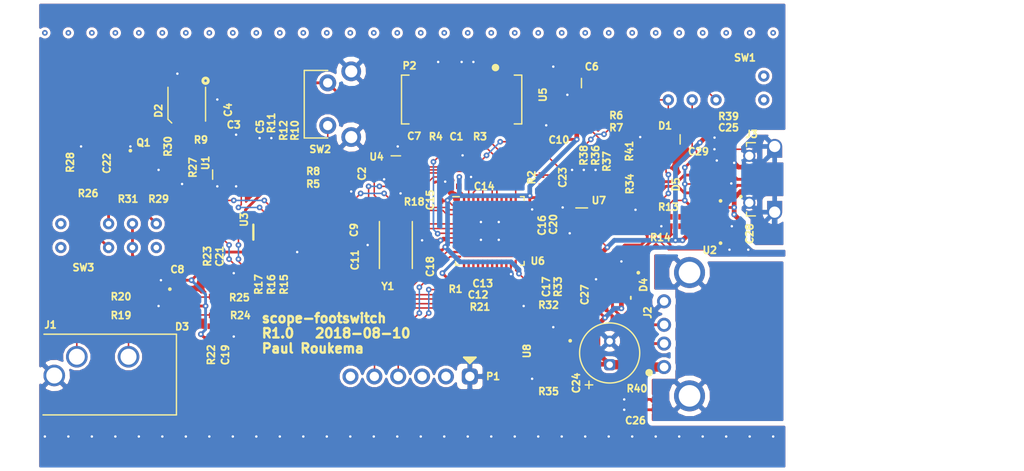
<source format=kicad_pcb>
(kicad_pcb (version 20171130) (host pcbnew "(5.0.0)")
  (title_block (title "Oscilloscope Footswitch") (date 2018-08-10) (rev 1))
  (layers (0 F.Cu signal) (31 B.Cu signal) (34 B.Paste user hide) (35 F.Paste user hide) (36 B.SilkS user) (37 F.SilkS user) (38 B.Mask user) (39 F.Mask user) (44 Edge.Cuts user))
  (net 0 "")
  (net 1 +3V3)
  (net 2 /BTN_R)
  (net 3 GND)
  (net 4 /EN_DEVICE_5V)
  (net 5 VBUS)
  (net 6 /EN_HOST_5V)
  (net 7 "Net-(SW1-PadM1)")
  (net 8 "Net-(SW1-PadM2)")
  (net 9 "Net-(SW3-Pad1)")
  (net 10 "Net-(SW3-PadM1)")
  (net 11 "Net-(SW3-PadM2)")
  (net 12 /HOST_VBUS)
  (net 13 /VIN_FAULT_N)
  (net 14 /BTN)
  (net 15 /HOST_FAULT_N)
  (net 16 /VIN_ILIM)
  (net 17 /SWDCLK)
  (net 18 /SWDIO)
  (net 19 /EN_DEVICE)
  (net 20 /HOST_ILIM)
  (net 21 /NRST)
  (net 22 "Net-(D2-Pad1)")
  (net 23 "Net-(J1-Pad2)")
  (net 24 "Net-(J1-Pad3)")
  (net 25 +5V)
  (net 26 "Net-(C9-Pad2)")
  (net 27 "Net-(C11-Pad2)")
  (net 28 /MODE_R)
  (net 29 "Net-(R29-Pad1)")
  (net 30 "Net-(R31-Pad1)")
  (net 31 /FOOTSW_BTN2_R)
  (net 32 /FOOTSW_BTN1_R)
  (net 33 /HOST_DM)
  (net 34 /HOST_DP)
  (net 35 /DEVICE_DP)
  (net 36 /DEVICE_DM)
  (net 37 /LED_DATA_LS)
  (net 38 /LED_DATA_R)
  (net 39 /BOOT0)
  (net 40 "Net-(U5-Pad4)")
  (net 41 "Net-(Q1-Pad3)")
  (net 42 "Net-(Q1-Pad6)")
  (net 43 /LED_DATA)
  (net 44 /I2C_SCL)
  (net 45 "Net-(R11-Pad2)")
  (net 46 /I2C_SDA)
  (net 47 /BOOT1)
  (net 48 "Net-(R15-Pad1)")
  (net 49 "Net-(R16-Pad1)")
  (net 50 "Net-(R17-Pad1)")
  (net 51 /FOOTSW_BTN2)
  (net 52 /FOOTSW_BTN1)
  (net 53 /MODE)
  (net 54 /MODE_LED_R)
  (net 55 /UART_RX)
  (net 56 /HOST_VBUS_EN)
  (net 57 /MODE_LED_G)
  (net 58 "Net-(U6-Pad4)")
  (net 59 "Net-(U6-Pad10)")
  (net 60 /UART_TX)
  (net 61 "Net-(U6-Pad14)")
  (net 62 "Net-(U6-Pad15)")
  (net 63 /VCAP)
  (net 64 "Net-(U6-Pad31)")
  (net 65 /STM32_DM)
  (net 66 /STM32_DP)
  (net 67 "Net-(U6-Pad38)")
  (net 68 "Net-(U6-Pad39)")
  (net 69 "Net-(U6-Pad40)")
  (net 70 "Net-(U6-Pad43)")
  (net 71 "Net-(P2-Pad6)")
  (net 72 "Net-(P2-Pad7)")
  (net 73 "Net-(P2-Pad8)")
  (net 74 "Net-(J3-Pad4)")
  (net 75 /PWR_EN)
  (net 76 "Net-(P1-Pad2)")
  (net 77 "Net-(P1-Pad3)")
  (net 78 "Net-(P1-Pad6)")
  (net 79 /DEVICE_SHIELD)
  (net 80 /HOST_SHIELD)
  (net 81 "Net-(U6-Pad25)")
  (net 82 "Net-(U6-Pad26)")
  (net 83 "Net-(U6-Pad29)")
  (net 84 "Net-(U6-Pad21)")
  (net 85 "Net-(U6-Pad27)")
  (net 86 "Net-(U6-Pad45)")
  (module footprints:J_CUI_SJ1-3533NG (layer F.Cu) (at 109.3 108.2)
    (fp_text reference J1 (at 0.8 -4.5) (layer F.SilkS) (effects (font (size 0.75 0.75) (thickness 0.18))))
    (fp_text value CN00050 hide)
    (pad 3 thru_hole circle (at 9.1 -1.1) (size 2.3 2.3) (drill 1.7) (layers *.Cu *.Mask) (net 24 "Net-(J1-Pad3)"))
    (pad 2 thru_hole circle (at 3.6 -1.1) (size 2.3 2.3) (drill 1.7) (layers *.Cu *.Mask) (net 23 "Net-(J1-Pad2)"))
    (pad 1 thru_hole circle (at 1.2 0.9) (size 2.3 2.3) (drill 1.7) (layers *.Cu *.Mask) (net 3 GND))
  )
  (module footprints:P_FCI_68000-206 (layer F.Cu) (at 148.37 109.2 180)
    (fp_text reference P1 (at -8.83 0 180) (layer F.SilkS) (effects (font (size 0.75 0.75) (thickness 0.18))))
    (fp_text value CN00052 hide)
    (pad 6 thru_hole circle (at 6.35 0 90) (size 1.7 1.7) (drill 1) (layers *.Cu *.Mask) (net 78 "Net-(P1-Pad6)"))
    (pad 5 thru_hole circle (at 3.81 0 90) (size 1.7 1.7) (drill 1) (layers *.Cu *.Mask) (net 60 /UART_TX))
    (pad 4 thru_hole circle (at 1.27 0 90) (size 1.7 1.7) (drill 1) (layers *.Cu *.Mask) (net 55 /UART_RX))
    (pad 3 thru_hole circle (at -1.27 0 90) (size 1.7 1.7) (drill 1) (layers *.Cu *.Mask) (net 77 "Net-(P1-Pad3)"))
    (pad 2 thru_hole circle (at -3.81 0 90) (size 1.7 1.7) (drill 1) (layers *.Cu *.Mask) (net 76 "Net-(P1-Pad2)"))
    (pad 1 thru_hole roundrect (at -6.35 0 90) (size 1.7 1.7) (drill 1) (layers *.Cu *.Mask) (net 3 GND))
  )
  (module footprints:J_AMPHENOL_UE27AC54100 (layer F.Cu) (at 178.1 104.7 90)
    (fp_text reference J2 (at 2.3 -4.45 90) (layer F.SilkS) (effects (font (size 0.75 0.75) (thickness 0.18))))
    (fp_text value CN00049 hide)
    (pad 1 thru_hole circle (at -3.5 -2.71 90) (size 1.5 1.5) (drill 0.92) (layers *.Cu *.Mask) (net 12 /HOST_VBUS))
    (pad 2 thru_hole circle (at -1 -2.71 90) (size 1.5 1.5) (drill 0.92) (layers *.Cu *.Mask) (net 33 /HOST_DM))
    (pad 3 thru_hole circle (at 1 -2.71 90) (size 1.5 1.5) (drill 0.92) (layers *.Cu *.Mask) (net 34 /HOST_DP))
    (pad 4 thru_hole circle (at 3.5 -2.71 90) (size 1.5 1.5) (drill 0.92) (layers *.Cu *.Mask) (net 3 GND))
    (pad M1 thru_hole circle (at -6.57 0 90) (size 3.3 3.3) (drill 2.3) (layers *.Cu *.Mask) (net 80 /HOST_SHIELD))
    (pad M2 thru_hole circle (at 6.57 0 90) (size 3.3 3.3) (drill 2.3) (layers *.Cu *.Mask) (net 80 /HOST_SHIELD))
  )
  (module footprints:CRADIAL_6.3x11.2_2.5 (layer F.Cu) (at 169.6 106.7 270)
    (fp_text reference C24 (at 3.2 3.55 270) (layer F.SilkS) (effects (font (size 0.75 0.75) (thickness 0.18))))
    (fp_text value C00003 hide)
    (pad + thru_hole roundrect (at 1.25 0 180) (size 1.2 1.2) (drill 0.7) (layers *.Cu *.Mask) (net 12 /HOST_VBUS))
    (pad - thru_hole circle (at -1.25 0 180) (size 1.2 1.2) (drill 0.7) (layers *.Cu *.Mask) (net 3 GND))
  )
  (module footprints:SOIC_8_1270_4900X3900X1750 (layer F.Cu) (at 134.35 91.2 90)
    (fp_text reference U3 (at -1.3 -3.65 90) (layer F.SilkS) (effects (font (size 0.75 0.75) (thickness 0.18))))
    (fp_text value U00055 hide)
    (pad 4 smd rect (at -2.6 1.905) (size 0.6 1.8) (layers F.Cu F.Paste F.Mask) (net 3 GND))
    (pad 5 smd rect (at 2.6 1.905) (size 0.6 1.8) (layers F.Cu F.Paste F.Mask) (net 46 /I2C_SDA))
    (pad 3 smd rect (at -2.6 0.635) (size 0.6 1.8) (layers F.Cu F.Paste F.Mask) (net 48 "Net-(R15-Pad1)"))
    (pad 6 smd rect (at 2.6 0.635) (size 0.6 1.8) (layers F.Cu F.Paste F.Mask) (net 44 /I2C_SCL))
    (pad 2 smd rect (at -2.6 -0.635) (size 0.6 1.8) (layers F.Cu F.Paste F.Mask) (net 49 "Net-(R16-Pad1)"))
    (pad 7 smd rect (at 2.6 -0.635) (size 0.6 1.8) (layers F.Cu F.Paste F.Mask) (net 45 "Net-(R11-Pad2)"))
    (pad 1 smd rect (at -2.6 -1.905) (size 0.6 1.8) (layers F.Cu F.Paste F.Mask) (net 50 "Net-(R17-Pad1)"))
    (pad 8 smd rect (at 2.6 -1.905) (size 0.6 1.8) (layers F.Cu F.Paste F.Mask) (net 1 +3V3))
  )
  (module footprints:SOT_3_950_2900X1300X1000_ONSEMI (layer F.Cu) (at 175.6 85.2 270)
    (fp_text reference D1 (at -2.7 0.1) (layer F.SilkS) (effects (font (size 0.75 0.75) (thickness 0.18))))
    (fp_text value D00005 hide)
    (pad 2 smd roundrect (at -1 0.95) (size 0.8 0.9) (layers F.Cu F.Paste F.Mask) (net 4 /EN_DEVICE_5V))
    (pad 3 smd roundrect (at 1 0) (size 0.8 0.9) (layers F.Cu F.Paste F.Mask) (net 75 /PWR_EN))
    (pad 1 smd roundrect (at -1 -0.95) (size 0.8 0.9) (layers F.Cu F.Paste F.Mask) (net 6 /EN_HOST_5V))
  )
  (module footprints:SOT_6_950_2800x1600x110_DIODES_SOT26 (layer F.Cu) (at 180.1 93.2 180)
    (fp_text reference U2 (at -0.15 -2.55 180) (layer F.SilkS) (effects (font (size 0.75 0.75) (thickness 0.18))))
    (fp_text value U00086 hide)
    (pad 6 smd roundrect (at 1.2 -0.95 90) (size 0.65 1.05) (layers F.Cu F.Paste F.Mask) (net 25 +5V))
    (pad 1 smd roundrect (at -1.2 -0.95 90) (size 0.65 1.05) (layers F.Cu F.Paste F.Mask) (net 5 VBUS))
    (pad 5 smd roundrect (at 1.2 0 90) (size 0.65 1.05) (layers F.Cu F.Paste F.Mask) (net 16 /VIN_ILIM))
    (pad 2 smd roundrect (at -1.2 0 90) (size 0.65 1.05) (layers F.Cu F.Paste F.Mask) (net 3 GND))
    (pad 4 smd roundrect (at 1.2 0.95 90) (size 0.65 1.05) (layers F.Cu F.Paste F.Mask) (net 13 /VIN_FAULT_N))
    (pad 3 smd roundrect (at -1.2 0.95 90) (size 0.65 1.05) (layers F.Cu F.Paste F.Mask) (net 75 /PWR_EN))
  )
  (module footprints:SOT_6_950_2800x1600x110_DIODES_SOT26 (layer F.Cu) (at 163.6 106.7 270)
    (fp_text reference U8 (at -0.2 2.8 270) (layer F.SilkS) (effects (font (size 0.75 0.75) (thickness 0.18))))
    (fp_text value U00086 hide)
    (pad 6 smd roundrect (at 1.2 -0.95 180) (size 0.65 1.05) (layers F.Cu F.Paste F.Mask) (net 12 /HOST_VBUS))
    (pad 1 smd roundrect (at -1.2 -0.95 180) (size 0.65 1.05) (layers F.Cu F.Paste F.Mask) (net 25 +5V))
    (pad 5 smd roundrect (at 1.2 0 180) (size 0.65 1.05) (layers F.Cu F.Paste F.Mask) (net 20 /HOST_ILIM))
    (pad 2 smd roundrect (at -1.2 0 180) (size 0.65 1.05) (layers F.Cu F.Paste F.Mask) (net 3 GND))
    (pad 4 smd roundrect (at 1.2 0.95 180) (size 0.65 1.05) (layers F.Cu F.Paste F.Mask) (net 15 /HOST_FAULT_N))
    (pad 3 smd roundrect (at -1.2 0.95 180) (size 0.65 1.05) (layers F.Cu F.Paste F.Mask) (net 56 /HOST_VBUS_EN))
  )
  (module footprints:SOT_5_950_2900X1600X1100_DIODES (layer F.Cu) (at 165.1 79.2 270)
    (fp_text reference U5 (at 0 2.6 270) (layer F.SilkS) (effects (font (size 0.75 0.75) (thickness 0.18))))
    (fp_text value U00049 hide)
    (pad 5 smd roundrect (at 1.2 -0.95) (size 0.6 1.05) (layers F.Cu F.Paste F.Mask) (net 1 +3V3))
    (pad 4 smd roundrect (at 1.2 0.95) (size 0.6 1.05) (layers F.Cu F.Paste F.Mask) (net 40 "Net-(U5-Pad4)"))
    (pad 3 smd roundrect (at -1.2 0.95) (size 0.6 1.05) (layers F.Cu F.Paste F.Mask) (net 25 +5V))
    (pad 2 smd roundrect (at -1.2 0) (size 0.6 1.05) (layers F.Cu F.Paste F.Mask) (net 3 GND))
    (pad 1 smd roundrect (at -1.2 -0.95) (size 0.6 1.05) (layers F.Cu F.Paste F.Mask) (net 25 +5V))
  )
  (module footprints:SOT_5_950_2900X1600X1100_DIODES (layer F.Cu) (at 148.1 87.2)
    (fp_text reference U4 (at -3.3 -1.4) (layer F.SilkS) (effects (font (size 0.75 0.75) (thickness 0.18))))
    (fp_text value U00087 hide)
    (pad 5 smd roundrect (at 1.2 -0.95 90) (size 0.6 1.05) (layers F.Cu F.Paste F.Mask) (net 1 +3V3))
    (pad 4 smd roundrect (at 1.2 0.95 90) (size 0.6 1.05) (layers F.Cu F.Paste F.Mask) (net 39 /BOOT0))
    (pad 3 smd roundrect (at -1.2 0.95 90) (size 0.6 1.05) (layers F.Cu F.Paste F.Mask) (net 3 GND))
    (pad 2 smd roundrect (at -1.2 0 90) (size 0.6 1.05) (layers F.Cu F.Paste F.Mask) (net 19 /EN_DEVICE))
    (pad 1 smd roundrect (at -1.2 -0.95 90) (size 0.6 1.05) (layers F.Cu F.Paste F.Mask) (net 14 /BTN))
  )
  (module footprints:SOT_5_950_2900X1600X1100_DIODES (layer F.Cu) (at 128.85 86.45 90)
    (fp_text reference U1 (at 0 -2.25 270) (layer F.SilkS) (effects (font (size 0.75 0.75) (thickness 0.18))))
    (fp_text value U00054 hide)
    (pad 5 smd roundrect (at 1.2 -0.95 180) (size 0.6 1.05) (layers F.Cu F.Paste F.Mask) (net 25 +5V))
    (pad 4 smd roundrect (at 1.2 0.95 180) (size 0.6 1.05) (layers F.Cu F.Paste F.Mask) (net 38 /LED_DATA_R))
    (pad 3 smd roundrect (at -1.2 0.95 180) (size 0.6 1.05) (layers F.Cu F.Paste F.Mask) (net 3 GND))
    (pad 2 smd roundrect (at -1.2 0 180) (size 0.6 1.05) (layers F.Cu F.Paste F.Mask) (net 37 /LED_DATA_LS))
    (pad 1 smd roundrect (at -1.2 -0.95 180) (size 0.6 1.05) (layers F.Cu F.Paste F.Mask) (net 3 GND))
  )
  (module footprints:QFN_48_500_7000X7000X600_ST (layer F.Cu) (at 156.85 93.7)
    (fp_text reference U6 (at 5.1 3.2) (layer F.SilkS) (effects (font (size 0.75 0.75) (thickness 0.18))))
    (fp_text value U00084 hide)
    (pad 49 smd rect (at 1.866666 1.866666) (size 1.866666 1.866666) (layers F.Cu F.Paste F.Mask) (net 3 GND))
    (pad 49 smd rect (at 1.866666 0) (size 1.866666 1.866666) (layers F.Cu F.Paste F.Mask) (net 3 GND))
    (pad 49 smd rect (at 1.866666 -1.866666) (size 1.866666 1.866666) (layers F.Cu F.Paste F.Mask) (net 3 GND))
    (pad 49 smd rect (at 0 1.866666) (size 1.866666 1.866666) (layers F.Cu F.Paste F.Mask) (net 3 GND))
    (pad 49 smd rect (at 0 0) (size 1.866666 1.866666) (layers F.Cu F.Paste F.Mask) (net 3 GND))
    (pad 49 smd rect (at 0 -1.866666) (size 1.866666 1.866666) (layers F.Cu F.Paste F.Mask) (net 3 GND))
    (pad 49 smd rect (at -1.866666 1.866666) (size 1.866666 1.866666) (layers F.Cu F.Paste F.Mask) (net 3 GND))
    (pad 49 smd rect (at -1.866666 0) (size 1.866666 1.866666) (layers F.Cu F.Paste F.Mask) (net 3 GND))
    (pad 49 smd rect (at -1.866666 -1.866666) (size 1.866666 1.866666) (layers F.Cu F.Paste F.Mask) (net 3 GND))
    (pad 48 smd oval (at -2.75 -3.5) (size 0.25 0.9) (layers F.Cu F.Paste F.Mask) (net 1 +3V3))
    (pad 47 smd oval (at -2.25 -3.5) (size 0.25 0.9) (layers F.Cu F.Paste F.Mask) (net 3 GND))
    (pad 46 smd oval (at -1.75 -3.5) (size 0.25 0.9) (layers F.Cu F.Paste F.Mask) (net 46 /I2C_SDA))
    (pad 45 smd oval (at -1.25 -3.5) (size 0.25 0.9) (layers F.Cu F.Paste F.Mask) (net 86 "Net-(U6-Pad45)"))
    (pad 44 smd oval (at -0.75 -3.5) (size 0.25 0.9) (layers F.Cu F.Paste F.Mask) (net 39 /BOOT0))
    (pad 43 smd oval (at -0.25 -3.5) (size 0.25 0.9) (layers F.Cu F.Paste F.Mask) (net 70 "Net-(U6-Pad43)"))
    (pad 42 smd oval (at 0.25 -3.5) (size 0.25 0.9) (layers F.Cu F.Paste F.Mask) (net 44 /I2C_SCL))
    (pad 41 smd oval (at 0.75 -3.5) (size 0.25 0.9) (layers F.Cu F.Paste F.Mask) (net 19 /EN_DEVICE))
    (pad 40 smd oval (at 1.25 -3.5) (size 0.25 0.9) (layers F.Cu F.Paste F.Mask) (net 69 "Net-(U6-Pad40)"))
    (pad 39 smd oval (at 1.75 -3.5) (size 0.25 0.9) (layers F.Cu F.Paste F.Mask) (net 68 "Net-(U6-Pad39)"))
    (pad 38 smd oval (at 2.25 -3.5) (size 0.25 0.9) (layers F.Cu F.Paste F.Mask) (net 67 "Net-(U6-Pad38)"))
    (pad 37 smd oval (at 2.75 -3.5) (size 0.25 0.9) (layers F.Cu F.Paste F.Mask) (net 17 /SWDCLK))
    (pad 36 smd oval (at 3.5 -2.75 90) (size 0.25 0.9) (layers F.Cu F.Paste F.Mask) (net 1 +3V3))
    (pad 35 smd oval (at 3.5 -2.25 90) (size 0.25 0.9) (layers F.Cu F.Paste F.Mask) (net 3 GND))
    (pad 34 smd oval (at 3.5 -1.75 90) (size 0.25 0.9) (layers F.Cu F.Paste F.Mask) (net 18 /SWDIO))
    (pad 33 smd oval (at 3.5 -1.25 90) (size 0.25 0.9) (layers F.Cu F.Paste F.Mask) (net 66 /STM32_DP))
    (pad 32 smd oval (at 3.5 -0.75 90) (size 0.25 0.9) (layers F.Cu F.Paste F.Mask) (net 65 /STM32_DM))
    (pad 31 smd oval (at 3.5 -0.25 90) (size 0.25 0.9) (layers F.Cu F.Paste F.Mask) (net 64 "Net-(U6-Pad31)"))
    (pad 30 smd oval (at 3.5 0.25 90) (size 0.25 0.9) (layers F.Cu F.Paste F.Mask) (net 56 /HOST_VBUS_EN))
    (pad 29 smd oval (at 3.5 0.75 90) (size 0.25 0.9) (layers F.Cu F.Paste F.Mask) (net 83 "Net-(U6-Pad29)"))
    (pad 28 smd oval (at 3.5 1.25 90) (size 0.25 0.9) (layers F.Cu F.Paste F.Mask) (net 15 /HOST_FAULT_N))
    (pad 27 smd oval (at 3.5 1.75 90) (size 0.25 0.9) (layers F.Cu F.Paste F.Mask) (net 85 "Net-(U6-Pad27)"))
    (pad 26 smd oval (at 3.5 2.25 90) (size 0.25 0.9) (layers F.Cu F.Paste F.Mask) (net 82 "Net-(U6-Pad26)"))
    (pad 25 smd oval (at 3.5 2.75 90) (size 0.25 0.9) (layers F.Cu F.Paste F.Mask) (net 81 "Net-(U6-Pad25)"))
    (pad 24 smd oval (at 2.75 3.5) (size 0.25 0.9) (layers F.Cu F.Paste F.Mask) (net 1 +3V3))
    (pad 23 smd oval (at 2.25 3.5) (size 0.25 0.9) (layers F.Cu F.Paste F.Mask) (net 3 GND))
    (pad 22 smd oval (at 1.75 3.5) (size 0.25 0.9) (layers F.Cu F.Paste F.Mask) (net 63 /VCAP))
    (pad 21 smd oval (at 1.25 3.5) (size 0.25 0.9) (layers F.Cu F.Paste F.Mask) (net 84 "Net-(U6-Pad21)"))
    (pad 20 smd oval (at 0.75 3.5) (size 0.25 0.9) (layers F.Cu F.Paste F.Mask) (net 47 /BOOT1))
    (pad 19 smd oval (at 0.25 3.5) (size 0.25 0.9) (layers F.Cu F.Paste F.Mask) (net 51 /FOOTSW_BTN2))
    (pad 18 smd oval (at -0.25 3.5) (size 0.25 0.9) (layers F.Cu F.Paste F.Mask) (net 52 /FOOTSW_BTN1))
    (pad 17 smd oval (at -0.75 3.5) (size 0.25 0.9) (layers F.Cu F.Paste F.Mask) (net 57 /MODE_LED_G))
    (pad 16 smd oval (at -1.25 3.5) (size 0.25 0.9) (layers F.Cu F.Paste F.Mask) (net 54 /MODE_LED_R))
    (pad 15 smd oval (at -1.75 3.5) (size 0.25 0.9) (layers F.Cu F.Paste F.Mask) (net 62 "Net-(U6-Pad15)"))
    (pad 14 smd oval (at -2.25 3.5) (size 0.25 0.9) (layers F.Cu F.Paste F.Mask) (net 61 "Net-(U6-Pad14)"))
    (pad 13 smd oval (at -2.75 3.5) (size 0.25 0.9) (layers F.Cu F.Paste F.Mask) (net 55 /UART_RX))
    (pad 12 smd oval (at -3.5 2.75 90) (size 0.25 0.9) (layers F.Cu F.Paste F.Mask) (net 60 /UART_TX))
    (pad 11 smd oval (at -3.5 2.25 90) (size 0.25 0.9) (layers F.Cu F.Paste F.Mask) (net 37 /LED_DATA_LS))
    (pad 10 smd oval (at -3.5 1.75 90) (size 0.25 0.9) (layers F.Cu F.Paste F.Mask) (net 59 "Net-(U6-Pad10)"))
    (pad 9 smd oval (at -3.5 1.25 90) (size 0.25 0.9) (layers F.Cu F.Paste F.Mask) (net 1 +3V3))
    (pad 8 smd oval (at -3.5 0.75 90) (size 0.25 0.9) (layers F.Cu F.Paste F.Mask) (net 3 GND))
    (pad 7 smd oval (at -3.5 0.25 90) (size 0.25 0.9) (layers F.Cu F.Paste F.Mask) (net 21 /NRST))
    (pad 6 smd oval (at -3.5 -0.25 90) (size 0.25 0.9) (layers F.Cu F.Paste F.Mask) (net 27 "Net-(C11-Pad2)"))
    (pad 5 smd oval (at -3.5 -0.75 90) (size 0.25 0.9) (layers F.Cu F.Paste F.Mask) (net 26 "Net-(C9-Pad2)"))
    (pad 4 smd oval (at -3.5 -1.25 90) (size 0.25 0.9) (layers F.Cu F.Paste F.Mask) (net 58 "Net-(U6-Pad4)"))
    (pad 3 smd oval (at -3.5 -1.75 90) (size 0.25 0.9) (layers F.Cu F.Paste F.Mask) (net 53 /MODE))
    (pad 2 smd oval (at -3.5 -2.25 90) (size 0.25 0.9) (layers F.Cu F.Paste F.Mask) (net 14 /BTN))
    (pad 1 smd oval (at -3.5 -2.75 90) (size 0.25 0.9) (layers F.Cu F.Paste F.Mask) (net 1 +3V3))
  )
  (module footprints:R_0402_1005M (layer F.Cu) (at 172.2 82.7 180)
    (fp_text reference R7 (at 1.9 0 180) (layer F.SilkS) (effects (font (size 0.75 0.75) (thickness 0.18))))
    (fp_text value R00056 hide)
    (pad 1 smd rect (at -0.6 0 180) (size 0.6 0.6) (layers F.Cu F.Paste F.Mask) (net 3 GND))
    (pad 2 smd rect (at 0.6 0 180) (size 0.6 0.6) (layers F.Cu F.Paste F.Mask) (net 19 /EN_DEVICE))
  )
  (module footprints:R_0402_1005M (layer F.Cu) (at 172.85 85.2 270)
    (fp_text reference R41 (at 0 1.15 270) (layer F.SilkS) (effects (font (size 0.75 0.75) (thickness 0.18))))
    (fp_text value R00014 hide)
    (pad 1 smd rect (at -0.6 0 270) (size 0.6 0.6) (layers F.Cu F.Paste F.Mask) (net 3 GND))
    (pad 2 smd rect (at 0.6 0 270) (size 0.6 0.6) (layers F.Cu F.Paste F.Mask) (net 75 /PWR_EN))
  )
  (module footprints:SOT_6_950_2900X1600X1100 (layer F.Cu) (at 170.85 99.45 270)
    (fp_text reference D4 (at 0 -2.35 270) (layer F.SilkS) (effects (font (size 0.75 0.75) (thickness 0.18))))
    (fp_text value D00003 hide)
    (pad 3 smd roundrect (at -1.2 0.95 180) (size 0.65 1.05) (layers F.Cu F.Paste F.Mask) (net 33 /HOST_DM))
    (pad 4 smd roundrect (at 1.2 0.95 180) (size 0.65 1.05) (layers F.Cu F.Paste F.Mask) (net 33 /HOST_DM))
    (pad 2 smd roundrect (at -1.2 0 180) (size 0.65 1.05) (layers F.Cu F.Paste F.Mask) (net 3 GND))
    (pad 5 smd roundrect (at 1.2 0 180) (size 0.65 1.05) (layers F.Cu F.Paste F.Mask) (net 12 /HOST_VBUS))
    (pad 1 smd roundrect (at -1.2 -0.95 180) (size 0.65 1.05) (layers F.Cu F.Paste F.Mask) (net 34 /HOST_DP))
    (pad 6 smd roundrect (at 1.2 -0.95 180) (size 0.65 1.05) (layers F.Cu F.Paste F.Mask) (net 34 /HOST_DP))
  )
  (module footprints:C_0402_1005M (layer F.Cu) (at 168.15 100.45 90)
    (fp_text reference C27 (at -0.05 -1.2 90) (layer F.SilkS) (effects (font (size 0.75 0.75) (thickness 0.18))))
    (fp_text value C00001 hide)
    (pad 1 smd rect (at -0.55 0 90) (size 0.6 0.6) (layers F.Cu F.Paste F.Mask) (net 12 /HOST_VBUS))
    (pad 2 smd rect (at 0.55 0 90) (size 0.6 0.6) (layers F.Cu F.Paste F.Mask) (net 3 GND))
  )
  (module footprints:C_0402_1005M (layer F.Cu) (at 172.75 112.75 180)
    (fp_text reference C26 (at 0.4 -1.15 180) (layer F.SilkS) (effects (font (size 0.75 0.75) (thickness 0.18))))
    (fp_text value C00027 hide)
    (pad 2 smd rect (at 0.55 0 180) (size 0.6 0.6) (layers F.Cu F.Paste F.Mask) (net 3 GND))
    (pad 1 smd rect (at -0.55 0 180) (size 0.6 0.6) (layers F.Cu F.Paste F.Mask) (net 80 /HOST_SHIELD))
  )
  (module footprints:R_0402_1005M (layer F.Cu) (at 172.75 111.65)
    (fp_text reference R40 (at -0.25 -1.15) (layer F.SilkS) (effects (font (size 0.75 0.75) (thickness 0.18))))
    (fp_text value R00008 hide)
    (pad 2 smd rect (at 0.6 0) (size 0.6 0.6) (layers F.Cu F.Paste F.Mask) (net 80 /HOST_SHIELD))
    (pad 1 smd rect (at -0.6 0) (size 0.6 0.6) (layers F.Cu F.Paste F.Mask) (net 3 GND))
  )
  (module footprints:MSOP_10_500_3000X3000X1100_ONSEMI (layer F.Cu) (at 168.85 92.7 270)
    (fp_text reference U7 (at -2.25 0.4) (layer F.SilkS) (effects (font (size 0.75 0.75) (thickness 0.18))))
    (fp_text value U00085 hide)
    (pad 10 smd rect (at -1 -2.2 270) (size 0.25 1.5) (layers F.Cu F.Paste F.Mask) (net 3 GND))
    (pad 1 smd rect (at -1 2.2 270) (size 0.25 1.5) (layers F.Cu F.Paste F.Mask) (net 25 +5V))
    (pad 9 smd rect (at -0.5 -2.2 270) (size 0.25 1.5) (layers F.Cu F.Paste F.Mask) (net 35 /DEVICE_DP))
    (pad 2 smd rect (at -0.5 2.2 270) (size 0.25 1.5) (layers F.Cu F.Paste F.Mask) (net 19 /EN_DEVICE))
    (pad 8 smd rect (at 0 -2.2 270) (size 0.25 1.5) (layers F.Cu F.Paste F.Mask) (net 36 /DEVICE_DM))
    (pad 3 smd rect (at 0 2.2 270) (size 0.25 1.5) (layers F.Cu F.Paste F.Mask) (net 66 /STM32_DP))
    (pad 7 smd rect (at 0.5 -2.2 270) (size 0.25 1.5) (layers F.Cu F.Paste F.Mask) (net 34 /HOST_DP))
    (pad 4 smd rect (at 0.5 2.2 270) (size 0.25 1.5) (layers F.Cu F.Paste F.Mask) (net 65 /STM32_DM))
    (pad 6 smd rect (at 1 -2.2 270) (size 0.25 1.5) (layers F.Cu F.Paste F.Mask) (net 33 /HOST_DM))
    (pad 5 smd rect (at 1 2.2 270) (size 0.25 1.5) (layers F.Cu F.Paste F.Mask) (net 3 GND))
  )
  (module footprints:R_0402_1005M (layer F.Cu) (at 169.35 88.7 270)
    (fp_text reference R37 (at -2.4 0.05 270) (layer F.SilkS) (effects (font (size 0.75 0.75) (thickness 0.18))))
    (fp_text value R00047 hide)
    (pad 1 smd rect (at -0.6 0 270) (size 0.6 0.6) (layers F.Cu F.Paste F.Mask) (net 1 +3V3))
    (pad 2 smd rect (at 0.6 0 270) (size 0.6 0.6) (layers F.Cu F.Paste F.Mask) (net 36 /DEVICE_DM))
  )
  (module footprints:SOT_6_650_2150X1300x1100_DIODES (layer F.Cu) (at 119.6 86.45)
    (fp_text reference Q1 (at 0.4 -2.15) (layer F.SilkS) (effects (font (size 0.75 0.75) (thickness 0.18))))
    (fp_text value Q00002 hide)
    (pad 6 smd roundrect (at 0.95 -0.65 270) (size 0.42 0.6) (layers F.Cu F.Paste F.Mask) (net 42 "Net-(Q1-Pad6)"))
    (pad 1 smd roundrect (at -0.95 -0.65 270) (size 0.42 0.6) (layers F.Cu F.Paste F.Mask) (net 3 GND))
    (pad 5 smd roundrect (at 0.95 0 270) (size 0.43 0.6) (layers F.Cu F.Paste F.Mask) (net 57 /MODE_LED_G))
    (pad 2 smd roundrect (at -0.95 0 270) (size 0.42 0.6) (layers F.Cu F.Paste F.Mask) (net 54 /MODE_LED_R))
    (pad 4 smd roundrect (at 0.95 0.65 270) (size 0.42 0.6) (layers F.Cu F.Paste F.Mask) (net 3 GND))
    (pad 3 smd roundrect (at -0.95 0.65 270) (size 0.42 0.6) (layers F.Cu F.Paste F.Mask) (net 41 "Net-(Q1-Pad3)"))
  )
  (module footprints:C_0402_1005M (layer F.Cu) (at 154.1 88.95)
    (fp_text reference C14 (at 2.15 0) (layer F.SilkS) (effects (font (size 0.75 0.75) (thickness 0.18))))
    (fp_text value C00001 hide)
    (pad 1 smd rect (at -0.55 0) (size 0.6 0.6) (layers F.Cu F.Paste F.Mask) (net 1 +3V3))
    (pad 2 smd rect (at 0.55 0) (size 0.6 0.6) (layers F.Cu F.Paste F.Mask) (net 3 GND))
  )
  (module footprints:C_0402_1005M (layer F.Cu) (at 179.4 86.2)
    (fp_text reference C29 (at -0.35 -0.95) (layer F.SilkS) (effects (font (size 0.75 0.75) (thickness 0.18))))
    (fp_text value C00001 hide)
    (pad 2 smd rect (at 0.55 0) (size 0.6 0.6) (layers F.Cu F.Paste F.Mask) (net 3 GND))
    (pad 1 smd rect (at -0.55 0) (size 0.6 0.6) (layers F.Cu F.Paste F.Mask) (net 5 VBUS))
  )
  (module footprints:C_0402_1005M (layer F.Cu) (at 182.25 85 180)
    (fp_text reference C25 (at 0 2.3 180) (layer F.SilkS) (effects (font (size 0.75 0.75) (thickness 0.18))))
    (fp_text value C00027 hide)
    (pad 1 smd rect (at -0.55 0 180) (size 0.6 0.6) (layers F.Cu F.Paste F.Mask) (net 79 /DEVICE_SHIELD))
    (pad 2 smd rect (at 0.55 0 180) (size 0.6 0.6) (layers F.Cu F.Paste F.Mask) (net 3 GND))
  )
  (module footprints:C_0402_1005M (layer F.Cu) (at 165.6 88.7 90)
    (fp_text reference C23 (at 0.7 -1 90) (layer F.SilkS) (effects (font (size 0.75 0.75) (thickness 0.18))))
    (fp_text value C00001 hide)
    (pad 2 smd rect (at 0.55 0 90) (size 0.6 0.6) (layers F.Cu F.Paste F.Mask) (net 3 GND))
    (pad 1 smd rect (at -0.55 0 90) (size 0.6 0.6) (layers F.Cu F.Paste F.Mask) (net 25 +5V))
  )
  (module footprints:C_0402_1005M (layer F.Cu) (at 114.85 86.45 90)
    (fp_text reference C22 (at -0.05 1.25 90) (layer F.SilkS) (effects (font (size 0.75 0.75) (thickness 0.18))))
    (fp_text value C00001 hide)
    (pad 1 smd rect (at -0.55 0 90) (size 0.6 0.6) (layers F.Cu F.Paste F.Mask) (net 53 /MODE))
    (pad 2 smd rect (at 0.55 0 90) (size 0.6 0.6) (layers F.Cu F.Paste F.Mask) (net 3 GND))
  )
  (module footprints:C_0402_1005M (layer F.Cu) (at 128.6 98.95 90)
    (fp_text reference C21 (at 2.55 -0.5 90) (layer F.SilkS) (effects (font (size 0.75 0.75) (thickness 0.18))))
    (fp_text value C00001 hide)
    (pad 2 smd rect (at 0.55 0 90) (size 0.6 0.6) (layers F.Cu F.Paste F.Mask) (net 3 GND))
    (pad 1 smd rect (at -0.55 0 90) (size 0.6 0.6) (layers F.Cu F.Paste F.Mask) (net 52 /FOOTSW_BTN1))
  )
  (module footprints:C_0402_1005M (layer F.Cu) (at 128.6 104.45 270)
    (fp_text reference C19 (at 2.45 -0.1 270) (layer F.SilkS) (effects (font (size 0.75 0.75) (thickness 0.18))))
    (fp_text value C00001 hide)
    (pad 1 smd rect (at -0.55 0 270) (size 0.6 0.6) (layers F.Cu F.Paste F.Mask) (net 51 /FOOTSW_BTN2))
    (pad 2 smd rect (at 0.55 0 270) (size 0.6 0.6) (layers F.Cu F.Paste F.Mask) (net 3 GND))
  )
  (module footprints:C_0402_1005M (layer F.Cu) (at 150.6 95.2 90)
    (fp_text reference C18 (at -2.3 -0.1 90) (layer F.SilkS) (effects (font (size 0.75 0.75) (thickness 0.18))))
    (fp_text value C00001 hide)
    (pad 2 smd rect (at 0.55 0 90) (size 0.6 0.6) (layers F.Cu F.Paste F.Mask) (net 3 GND))
    (pad 1 smd rect (at -0.55 0 90) (size 0.6 0.6) (layers F.Cu F.Paste F.Mask) (net 1 +3V3))
  )
  (module footprints:C_0402_1005M (layer F.Cu) (at 160.45 99.8 270)
    (fp_text reference C17 (at -0.15 -2.4 270) (layer F.SilkS) (effects (font (size 0.75 0.75) (thickness 0.18))))
    (fp_text value C00001 hide)
    (pad 1 smd rect (at -0.55 0 270) (size 0.6 0.6) (layers F.Cu F.Paste F.Mask) (net 1 +3V3))
    (pad 2 smd rect (at 0.55 0 270) (size 0.6 0.6) (layers F.Cu F.Paste F.Mask) (net 3 GND))
  )
  (module footprints:C_0402_1005M (layer F.Cu) (at 158.55 99.25)
    (fp_text reference C13 (at -2.45 0.05) (layer F.SilkS) (effects (font (size 0.75 0.75) (thickness 0.18))))
    (fp_text value C00001 hide)
    (pad 2 smd rect (at 0.55 0) (size 0.6 0.6) (layers F.Cu F.Paste F.Mask) (net 3 GND))
    (pad 1 smd rect (at -0.55 0) (size 0.6 0.6) (layers F.Cu F.Paste F.Mask) (net 63 /VCAP))
  )
  (module footprints:C_0402_1005M (layer F.Cu) (at 143.85 96.7 270)
    (fp_text reference C11 (at 0.1 1.35 270) (layer F.SilkS) (effects (font (size 0.75 0.75) (thickness 0.18))))
    (fp_text value C00033 hide)
    (pad 1 smd rect (at -0.55 0 270) (size 0.6 0.6) (layers F.Cu F.Paste F.Mask) (net 3 GND))
    (pad 2 smd rect (at 0.55 0 270) (size 0.6 0.6) (layers F.Cu F.Paste F.Mask) (net 27 "Net-(C11-Pad2)"))
  )
  (module footprints:C_0402_1005M (layer F.Cu) (at 123.6 98.95 180)
    (fp_text reference C8 (at 0 1.15 180) (layer F.SilkS) (effects (font (size 0.75 0.75) (thickness 0.18))))
    (fp_text value C00001 hide)
    (pad 2 smd rect (at 0.55 0 180) (size 0.6 0.6) (layers F.Cu F.Paste F.Mask) (net 3 GND))
    (pad 1 smd rect (at -0.55 0 180) (size 0.6 0.6) (layers F.Cu F.Paste F.Mask) (net 1 +3V3))
  )
  (module footprints:C_0402_1005M (layer F.Cu) (at 132.35 85.45 90)
    (fp_text reference C5 (at 2.85 0.05 90) (layer F.SilkS) (effects (font (size 0.75 0.75) (thickness 0.18))))
    (fp_text value C00001 hide)
    (pad 1 smd rect (at -0.55 0 90) (size 0.6 0.6) (layers F.Cu F.Paste F.Mask) (net 1 +3V3))
    (pad 2 smd rect (at 0.55 0 90) (size 0.6 0.6) (layers F.Cu F.Paste F.Mask) (net 3 GND))
  )
  (module footprints:C_0402_1005M (layer F.Cu) (at 162.35 90.7 270)
    (fp_text reference C16 (at 2.4 -0.05 270) (layer F.SilkS) (effects (font (size 0.75 0.75) (thickness 0.18))))
    (fp_text value C00001 hide)
    (pad 2 smd rect (at 0.55 0 270) (size 0.6 0.6) (layers F.Cu F.Paste F.Mask) (net 3 GND))
    (pad 1 smd rect (at -0.55 0 270) (size 0.6 0.6) (layers F.Cu F.Paste F.Mask) (net 1 +3V3))
  )
  (module footprints:C_0402_1005M (layer F.Cu) (at 151.6 89.95 90)
    (fp_text reference C15 (at -0.45 -1.1 90) (layer F.SilkS) (effects (font (size 0.75 0.75) (thickness 0.18))))
    (fp_text value C00001 hide)
    (pad 1 smd rect (at -0.55 0 90) (size 0.6 0.6) (layers F.Cu F.Paste F.Mask) (net 1 +3V3))
    (pad 2 smd rect (at 0.55 0 90) (size 0.6 0.6) (layers F.Cu F.Paste F.Mask) (net 3 GND))
  )
  (module footprints:C_0603_1608M (layer F.Cu) (at 163.6 90.45 90)
    (fp_text reference C20 (at -2.55 0 90) (layer F.SilkS) (effects (font (size 0.75 0.75) (thickness 0.18))))
    (fp_text value C00002 hide)
    (pad 2 smd rect (at 0.75 0 90) (size 0.8 0.8) (layers F.Cu F.Paste F.Mask) (net 1 +3V3))
    (pad 1 smd rect (at -0.75 0 90) (size 0.8 0.8) (layers F.Cu F.Paste F.Mask) (net 3 GND))
  )
  (module footprints:C_0603_1608M (layer F.Cu) (at 165.35 76.2)
    (fp_text reference C6 (at 2.35 0) (layer F.SilkS) (effects (font (size 0.75 0.75) (thickness 0.18))))
    (fp_text value C00002 hide)
    (pad 1 smd rect (at -0.75 0) (size 0.8 0.8) (layers F.Cu F.Paste F.Mask) (net 3 GND))
    (pad 2 smd rect (at 0.75 0) (size 0.8 0.8) (layers F.Cu F.Paste F.Mask) (net 25 +5V))
  )
  (module footprints:C_0603_1608M (layer F.Cu) (at 158.45 100.5 180)
    (fp_text reference C12 (at 2.85 0 180) (layer F.SilkS) (effects (font (size 0.75 0.75) (thickness 0.18))))
    (fp_text value C00007 hide)
    (pad 2 smd rect (at 0.75 0 180) (size 0.8 0.8) (layers F.Cu F.Paste F.Mask) (net 63 /VCAP))
    (pad 1 smd rect (at -0.75 0 180) (size 0.8 0.8) (layers F.Cu F.Paste F.Mask) (net 3 GND))
  )
  (module footprints:C_0603_1608M (layer F.Cu) (at 183.35 94.95 90)
    (fp_text reference C28 (at 0.95 1.15 90) (layer F.SilkS) (effects (font (size 0.75 0.75) (thickness 0.18))))
    (fp_text value C00002 hide)
    (pad 1 smd rect (at -0.75 0 90) (size 0.8 0.8) (layers F.Cu F.Paste F.Mask) (net 3 GND))
    (pad 2 smd rect (at 0.75 0 90) (size 0.8 0.8) (layers F.Cu F.Paste F.Mask) (net 5 VBUS))
  )
  (module footprints:C_0805_2012M (layer F.Cu) (at 165.1 82.45 180)
    (fp_text reference C10 (at 0.9 -1.55 180) (layer F.SilkS) (effects (font (size 0.75 0.75) (thickness 0.18))))
    (fp_text value C00004 hide)
    (pad 1 smd rect (at -1 0 180) (size 1 1.25) (layers F.Cu F.Paste F.Mask) (net 1 +3V3))
    (pad 2 smd rect (at 1 0 180) (size 1 1.25) (layers F.Cu F.Paste F.Mask) (net 3 GND))
  )
  (module footprints:J_FCI_10118194 (layer F.Cu) (at 187.159 88.2 90)
    (fp_text reference J3 (at 4.8 -2.459 180) (layer F.SilkS) (effects (font (size 0.75 0.75) (thickness 0.18))))
    (fp_text value CN00023 hide)
    (pad 1 smd roundrect (at -1.3 -2.675 90) (size 0.4 1.35) (layers F.Cu F.Paste F.Mask) (net 5 VBUS))
    (pad 2 smd roundrect (at -0.65 -2.675 90) (size 0.4 1.35) (layers F.Cu F.Paste F.Mask) (net 36 /DEVICE_DM))
    (pad 3 smd roundrect (at 0 -2.675 90) (size 0.4 1.35) (layers F.Cu F.Paste F.Mask) (net 35 /DEVICE_DP))
    (pad 4 smd roundrect (at 0.65 -2.675 90) (size 0.4 1.35) (layers F.Cu F.Paste F.Mask) (net 74 "Net-(J3-Pad4)"))
    (pad 5 smd roundrect (at 1.3 -2.7 90) (size 0.4 1.35) (layers F.Cu F.Paste F.Mask) (net 3 GND))
    (pad M1 thru_hole custom (at -3.5 0 90) (size 1.6 1.6) (drill 1.2) (layers *.Cu *.Mask F.Paste) (net 79 /DEVICE_SHIELD) (options (clearance outline) (anchor circle)) (primitives (gr_poly (pts (xy 0 -0.8) (xy 1.2 -0.8) (xy 1.2 0.8) (xy 0 0.8)) (width 0))))
    (pad M3 thru_hole circle (at -2.5 -2.7 90) (size 1.3 1.3) (drill 0.9) (layers *.Cu *.Mask F.Paste) (net 79 /DEVICE_SHIELD))
    (pad M4 thru_hole circle (at 2.5 -2.7 90) (size 1.3 1.3) (drill 0.9) (layers *.Cu *.Mask F.Paste) (net 79 /DEVICE_SHIELD))
    (pad M2 thru_hole custom (at 3.5 0 270) (size 1.6 1.6) (drill 1.2) (layers *.Cu *.Mask F.Paste) (net 79 /DEVICE_SHIELD) (options (clearance outline) (anchor circle)) (primitives (gr_poly (pts (xy 0 -0.8) (xy 1.2 -0.8) (xy 1.2 0.8) (xy 0 0.8)) (width 0))))
    (pad M5 smd rect (at -1 0 90) (size 1.5 1.6) (layers F.Cu F.Paste F.Mask) (net 79 /DEVICE_SHIELD))
    (pad M6 smd rect (at 1 0 90) (size 1.5 1.6) (layers F.Cu F.Paste F.Mask) (net 79 /DEVICE_SHIELD))
  )
  (module footprints:P_CNC_3221-10-0300-00 (layer F.Cu) (at 153.85 79.7 270)
    (fp_text reference P2 (at -3.6 5.55) (layer F.SilkS) (effects (font (size 0.75 0.75) (thickness 0.18))))
    (fp_text value CN00051 hide)
    (pad 1 smd roundrect (at -1.95 -2.54 270) (size 2.4 0.7) (layers F.Cu F.Paste F.Mask) (net 1 +3V3))
    (pad 2 smd roundrect (at 1.95 -2.54 270) (size 2.4 0.7) (layers F.Cu F.Paste F.Mask) (net 18 /SWDIO))
    (pad 3 smd roundrect (at -1.95 -1.27 270) (size 2.4 0.7) (layers F.Cu F.Paste F.Mask) (net 3 GND))
    (pad 4 smd roundrect (at 1.95 -1.27 270) (size 2.4 0.7) (layers F.Cu F.Paste F.Mask) (net 17 /SWDCLK))
    (pad 5 smd roundrect (at -1.95 0 270) (size 2.4 0.7) (layers F.Cu F.Paste F.Mask) (net 3 GND))
    (pad 6 smd roundrect (at 1.95 0 270) (size 2.4 0.7) (layers F.Cu F.Paste F.Mask) (net 71 "Net-(P2-Pad6)"))
    (pad 7 smd roundrect (at -1.95 1.27 270) (size 2.4 0.7) (layers F.Cu F.Paste F.Mask) (net 72 "Net-(P2-Pad7)"))
    (pad 8 smd roundrect (at 1.95 1.27 270) (size 2.4 0.7) (layers F.Cu F.Paste F.Mask) (net 73 "Net-(P2-Pad8)"))
    (pad 9 smd roundrect (at -1.95 2.54 270) (size 2.4 0.7) (layers F.Cu F.Paste F.Mask) (net 3 GND))
    (pad 10 smd roundrect (at 1.95 2.54 270) (size 2.4 0.7) (layers F.Cu F.Paste F.Mask) (net 21 /NRST))
  )
  (module footprints:R_0402_1005M (layer F.Cu) (at 122.6 86.95 270)
    (fp_text reference R30 (at -2.25 0 270) (layer F.SilkS) (effects (font (size 0.75 0.75) (thickness 0.18))))
    (fp_text value R00014 hide)
    (pad 1 smd rect (at -0.6 0 270) (size 0.6 0.6) (layers F.Cu F.Paste F.Mask) (net 57 /MODE_LED_G))
    (pad 2 smd rect (at 0.6 0 270) (size 0.6 0.6) (layers F.Cu F.Paste F.Mask) (net 3 GND))
  )
  (module footprints:R_0402_1005M (layer F.Cu) (at 163.1 102.7)
    (fp_text reference R32 (at 0 -1.1) (layer F.SilkS) (effects (font (size 0.75 0.75) (thickness 0.18))))
    (fp_text value R00014 hide)
    (pad 2 smd rect (at 0.6 0) (size 0.6 0.6) (layers F.Cu F.Paste F.Mask) (net 3 GND))
    (pad 1 smd rect (at -0.6 0) (size 0.6 0.6) (layers F.Cu F.Paste F.Mask) (net 56 /HOST_VBUS_EN))
  )
  (module footprints:R_0402_1005M (layer F.Cu) (at 161.55 99.8 270)
    (fp_text reference R33 (at -0.15 -2.55 270) (layer F.SilkS) (effects (font (size 0.75 0.75) (thickness 0.18))))
    (fp_text value R00014 hide)
    (pad 1 smd rect (at -0.6 0 270) (size 0.6 0.6) (layers F.Cu F.Paste F.Mask) (net 1 +3V3))
    (pad 2 smd rect (at 0.6 0 270) (size 0.6 0.6) (layers F.Cu F.Paste F.Mask) (net 15 /HOST_FAULT_N))
  )
  (module footprints:R_0402_1005M (layer F.Cu) (at 170.6 88.7 270)
    (fp_text reference R34 (at 0 -1.15 270) (layer F.SilkS) (effects (font (size 0.75 0.75) (thickness 0.18))))
    (fp_text value R00047 hide)
    (pad 2 smd rect (at 0.6 0 270) (size 0.6 0.6) (layers F.Cu F.Paste F.Mask) (net 35 /DEVICE_DP))
    (pad 1 smd rect (at -0.6 0 270) (size 0.6 0.6) (layers F.Cu F.Paste F.Mask) (net 1 +3V3))
  )
  (module footprints:R_0402_1005M (layer F.Cu) (at 163.1 109.45 180)
    (fp_text reference R35 (at 0 -1.35 180) (layer F.SilkS) (effects (font (size 0.75 0.75) (thickness 0.18))))
    (fp_text value R00016 hide)
    (pad 1 smd rect (at -0.6 0 180) (size 0.6 0.6) (layers F.Cu F.Paste F.Mask) (net 20 /HOST_ILIM))
    (pad 2 smd rect (at 0.6 0 180) (size 0.6 0.6) (layers F.Cu F.Paste F.Mask) (net 3 GND))
  )
  (module footprints:R_0402_1005M (layer F.Cu) (at 168.1 88.7 90)
    (fp_text reference R36 (at 3.05 0 90) (layer F.SilkS) (effects (font (size 0.75 0.75) (thickness 0.18))))
    (fp_text value R00047 hide)
    (pad 2 smd rect (at 0.6 0 90) (size 0.6 0.6) (layers F.Cu F.Paste F.Mask) (net 3 GND))
    (pad 1 smd rect (at -0.6 0 90) (size 0.6 0.6) (layers F.Cu F.Paste F.Mask) (net 34 /HOST_DP))
  )
  (module footprints:R_0402_1005M (layer F.Cu) (at 166.85 88.7 90)
    (fp_text reference R38 (at 3.05 0 90) (layer F.SilkS) (effects (font (size 0.75 0.75) (thickness 0.18))))
    (fp_text value R00047 hide)
    (pad 1 smd rect (at -0.6 0 90) (size 0.6 0.6) (layers F.Cu F.Paste F.Mask) (net 33 /HOST_DM))
    (pad 2 smd rect (at 0.6 0 90) (size 0.6 0.6) (layers F.Cu F.Paste F.Mask) (net 3 GND))
  )
  (module footprints:R_0402_1005M (layer F.Cu) (at 182.25 83.75)
    (fp_text reference R39 (at 0 -2.25) (layer F.SilkS) (effects (font (size 0.75 0.75) (thickness 0.18))))
    (fp_text value R00008 hide)
    (pad 2 smd rect (at 0.6 0) (size 0.6 0.6) (layers F.Cu F.Paste F.Mask) (net 79 /DEVICE_SHIELD))
    (pad 1 smd rect (at -0.6 0) (size 0.6 0.6) (layers F.Cu F.Paste F.Mask) (net 3 GND))
  )
  (module footprints:R_0402_1005M (layer F.Cu) (at 127.1 104.45 90)
    (fp_text reference R22 (at -2.45 0.1 90) (layer F.SilkS) (effects (font (size 0.75 0.75) (thickness 0.18))))
    (fp_text value R00014 hide)
    (pad 1 smd rect (at -0.6 0 90) (size 0.6 0.6) (layers F.Cu F.Paste F.Mask) (net 1 +3V3))
    (pad 2 smd rect (at 0.6 0 90) (size 0.6 0.6) (layers F.Cu F.Paste F.Mask) (net 31 /FOOTSW_BTN2_R))
  )
  (module footprints:R_0402_1005M (layer F.Cu) (at 124.1 86.95 270)
    (fp_text reference R27 (at 0 -1.15 270) (layer F.SilkS) (effects (font (size 0.75 0.75) (thickness 0.18))))
    (fp_text value R00014 hide)
    (pad 2 smd rect (at 0.6 0 270) (size 0.6 0.6) (layers F.Cu F.Paste F.Mask) (net 3 GND))
    (pad 1 smd rect (at -0.6 0 270) (size 0.6 0.6) (layers F.Cu F.Paste F.Mask) (net 54 /MODE_LED_R))
  )
  (module footprints:R_0402_1005M (layer F.Cu) (at 114.1 88.45)
    (fp_text reference R26 (at 0 1.25) (layer F.SilkS) (effects (font (size 0.75 0.75) (thickness 0.18))))
    (fp_text value R00014 hide)
    (pad 1 smd rect (at -0.6 0) (size 0.6 0.6) (layers F.Cu F.Paste F.Mask) (net 28 /MODE_R))
    (pad 2 smd rect (at 0.6 0) (size 0.6 0.6) (layers F.Cu F.Paste F.Mask) (net 53 /MODE))
  )
  (module footprints:R_0402_1005M (layer F.Cu) (at 127.85 100.7)
    (fp_text reference R25 (at 2.35 0.1) (layer F.SilkS) (effects (font (size 0.75 0.75) (thickness 0.18))))
    (fp_text value R00014 hide)
    (pad 2 smd rect (at 0.6 0) (size 0.6 0.6) (layers F.Cu F.Paste F.Mask) (net 52 /FOOTSW_BTN1))
    (pad 1 smd rect (at -0.6 0) (size 0.6 0.6) (layers F.Cu F.Paste F.Mask) (net 32 /FOOTSW_BTN1_R))
  )
  (module footprints:R_0402_1005M (layer F.Cu) (at 127.85 102.7)
    (fp_text reference R24 (at 2.45 0) (layer F.SilkS) (effects (font (size 0.75 0.75) (thickness 0.18))))
    (fp_text value R00014 hide)
    (pad 1 smd rect (at -0.6 0) (size 0.6 0.6) (layers F.Cu F.Paste F.Mask) (net 31 /FOOTSW_BTN2_R))
    (pad 2 smd rect (at 0.6 0) (size 0.6 0.6) (layers F.Cu F.Paste F.Mask) (net 51 /FOOTSW_BTN2))
  )
  (module footprints:R_0402_1005M (layer F.Cu) (at 127.1 98.95 270)
    (fp_text reference R23 (at -2.55 0.3 270) (layer F.SilkS) (effects (font (size 0.75 0.75) (thickness 0.18))))
    (fp_text value R00014 hide)
    (pad 2 smd rect (at 0.6 0 270) (size 0.6 0.6) (layers F.Cu F.Paste F.Mask) (net 32 /FOOTSW_BTN1_R))
    (pad 1 smd rect (at -0.6 0 270) (size 0.6 0.6) (layers F.Cu F.Paste F.Mask) (net 1 +3V3))
  )
  (module footprints:R_0402_1005M (layer F.Cu) (at 120.1 100.7 180)
    (fp_text reference R20 (at 2.5 0 180) (layer F.SilkS) (effects (font (size 0.75 0.75) (thickness 0.18))))
    (fp_text value R00011 hide)
    (pad 2 smd rect (at 0.6 0 180) (size 0.6 0.6) (layers F.Cu F.Paste F.Mask) (net 23 "Net-(J1-Pad2)"))
    (pad 1 smd rect (at -0.6 0 180) (size 0.6 0.6) (layers F.Cu F.Paste F.Mask) (net 32 /FOOTSW_BTN1_R))
  )
  (module footprints:R_0402_1005M (layer F.Cu) (at 162.35 88.35 90)
    (fp_text reference R2 (at 0.35 -1.05 90) (layer F.SilkS) (effects (font (size 0.75 0.75) (thickness 0.18))))
    (fp_text value R00016 hide)
    (pad 1 smd rect (at -0.6 0 90) (size 0.6 0.6) (layers F.Cu F.Paste F.Mask) (net 1 +3V3))
    (pad 2 smd rect (at 0.6 0 90) (size 0.6 0.6) (layers F.Cu F.Paste F.Mask) (net 18 /SWDIO))
  )
  (module footprints:R_0402_1005M (layer F.Cu) (at 120.1 102.7 180)
    (fp_text reference R19 (at 2.5 0 180) (layer F.SilkS) (effects (font (size 0.75 0.75) (thickness 0.18))))
    (fp_text value R00011 hide)
    (pad 2 smd rect (at 0.6 0 180) (size 0.6 0.6) (layers F.Cu F.Paste F.Mask) (net 24 "Net-(J1-Pad3)"))
    (pad 1 smd rect (at -0.6 0 180) (size 0.6 0.6) (layers F.Cu F.Paste F.Mask) (net 31 /FOOTSW_BTN2_R))
  )
  (module footprints:R_0402_1005M (layer F.Cu) (at 148.85 89.45 180)
    (fp_text reference R18 (at 0.05 -1.15 180) (layer F.SilkS) (effects (font (size 0.75 0.75) (thickness 0.18))))
    (fp_text value R00014 hide)
    (pad 1 smd rect (at -0.6 0 180) (size 0.6 0.6) (layers F.Cu F.Paste F.Mask) (net 39 /BOOT0))
    (pad 2 smd rect (at 0.6 0 180) (size 0.6 0.6) (layers F.Cu F.Paste F.Mask) (net 3 GND))
  )
  (module footprints:R_0402_1005M (layer F.Cu) (at 132.35 96.95 270)
    (fp_text reference R17 (at 2.45 0.1 270) (layer F.SilkS) (effects (font (size 0.75 0.75) (thickness 0.18))))
    (fp_text value R00014 hide)
    (pad 2 smd rect (at 0.6 0 270) (size 0.6 0.6) (layers F.Cu F.Paste F.Mask) (net 1 +3V3))
    (pad 1 smd rect (at -0.6 0 270) (size 0.6 0.6) (layers F.Cu F.Paste F.Mask) (net 50 "Net-(R17-Pad1)"))
  )
  (module footprints:R_0402_1005M (layer F.Cu) (at 133.6 96.95 270)
    (fp_text reference R16 (at 2.45 0 270) (layer F.SilkS) (effects (font (size 0.75 0.75) (thickness 0.18))))
    (fp_text value R00014 hide)
    (pad 1 smd rect (at -0.6 0 270) (size 0.6 0.6) (layers F.Cu F.Paste F.Mask) (net 49 "Net-(R16-Pad1)"))
    (pad 2 smd rect (at 0.6 0 270) (size 0.6 0.6) (layers F.Cu F.Paste F.Mask) (net 1 +3V3))
  )
  (module footprints:R_0402_1005M (layer F.Cu) (at 134.85 96.95 270)
    (fp_text reference R15 (at 2.45 -0.1 270) (layer F.SilkS) (effects (font (size 0.75 0.75) (thickness 0.18))))
    (fp_text value R00014 hide)
    (pad 2 smd rect (at 0.6 0 270) (size 0.6 0.6) (layers F.Cu F.Paste F.Mask) (net 1 +3V3))
    (pad 1 smd rect (at -0.6 0 270) (size 0.6 0.6) (layers F.Cu F.Paste F.Mask) (net 48 "Net-(R15-Pad1)"))
  )
  (module footprints:R_0402_1005M (layer F.Cu) (at 176.6 93.2 180)
    (fp_text reference R14 (at 1.6 -1.2 180) (layer F.SilkS) (effects (font (size 0.75 0.75) (thickness 0.18))))
    (fp_text value R00009 hide)
    (pad 1 smd rect (at -0.6 0 180) (size 0.6 0.6) (layers F.Cu F.Paste F.Mask) (net 16 /VIN_ILIM))
    (pad 2 smd rect (at 0.6 0 180) (size 0.6 0.6) (layers F.Cu F.Paste F.Mask) (net 3 GND))
  )
  (module footprints:R_0402_1005M (layer F.Cu) (at 113.35 86.45 90)
    (fp_text reference R28 (at 0.05 -1.15 90) (layer F.SilkS) (effects (font (size 0.75 0.75) (thickness 0.18))))
    (fp_text value R00014 hide)
    (pad 2 smd rect (at 0.6 0 90) (size 0.6 0.6) (layers F.Cu F.Paste F.Mask) (net 3 GND))
    (pad 1 smd rect (at -0.6 0 90) (size 0.6 0.6) (layers F.Cu F.Paste F.Mask) (net 28 /MODE_R))
  )
  (module footprints:R_0402_1005M (layer F.Cu) (at 158.55 101.8 180)
    (fp_text reference R21 (at 2.75 0 180) (layer F.SilkS) (effects (font (size 0.75 0.75) (thickness 0.18))))
    (fp_text value R00014 hide)
    (pad 1 smd rect (at -0.6 0 180) (size 0.6 0.6) (layers F.Cu F.Paste F.Mask) (net 3 GND))
    (pad 2 smd rect (at 0.6 0 180) (size 0.6 0.6) (layers F.Cu F.Paste F.Mask) (net 47 /BOOT1))
  )
  (module footprints:R_0402_1005M (layer F.Cu) (at 134.85 85.45 270)
    (fp_text reference R12 (at -2.45 -0.05 270) (layer F.SilkS) (effects (font (size 0.75 0.75) (thickness 0.18))))
    (fp_text value R00038 hide)
    (pad 2 smd rect (at 0.6 0 270) (size 0.6 0.6) (layers F.Cu F.Paste F.Mask) (net 44 /I2C_SCL))
    (pad 1 smd rect (at -0.6 0 270) (size 0.6 0.6) (layers F.Cu F.Paste F.Mask) (net 1 +3V3))
  )
  (module footprints:R_0402_1005M (layer F.Cu) (at 176.6 92.2)
    (fp_text reference R13 (at -0.75 -1.05) (layer F.SilkS) (effects (font (size 0.75 0.75) (thickness 0.18))))
    (fp_text value R00014 hide)
    (pad 1 smd rect (at -0.6 0) (size 0.6 0.6) (layers F.Cu F.Paste F.Mask) (net 5 VBUS))
    (pad 2 smd rect (at 0.6 0) (size 0.6 0.6) (layers F.Cu F.Paste F.Mask) (net 13 /VIN_FAULT_N))
  )
  (module footprints:R_0603_1608M (layer F.Cu) (at 120.85 88.95)
    (fp_text reference R29 (at 0.75 1.35) (layer F.SilkS) (effects (font (size 0.75 0.75) (thickness 0.18))))
    (fp_text value R00079 hide)
    (pad 2 smd rect (at 0.85 0) (size 0.9 0.9) (layers F.Cu F.Paste F.Mask) (net 42 "Net-(Q1-Pad6)"))
    (pad 1 smd rect (at -0.85 0) (size 0.9 0.9) (layers F.Cu F.Paste F.Mask) (net 29 "Net-(R29-Pad1)"))
  )
  (module footprints:R_0603_1608M (layer F.Cu) (at 117.6 88.95)
    (fp_text reference R31 (at 0.75 1.35) (layer F.SilkS) (effects (font (size 0.75 0.75) (thickness 0.18))))
    (fp_text value R00079 hide)
    (pad 1 smd rect (at -0.85 0) (size 0.9 0.9) (layers F.Cu F.Paste F.Mask) (net 30 "Net-(R31-Pad1)"))
    (pad 2 smd rect (at 0.85 0) (size 0.9 0.9) (layers F.Cu F.Paste F.Mask) (net 41 "Net-(Q1-Pad3)"))
  )
  (module footprints:C_0402_1005M (layer F.Cu) (at 153.4 84.7)
    (fp_text reference C1 (at -0.1 -1.05) (layer F.SilkS) (effects (font (size 0.75 0.75) (thickness 0.18))))
    (fp_text value C00001 hide)
    (pad 2 smd rect (at 0.55 0) (size 0.6 0.6) (layers F.Cu F.Paste F.Mask) (net 3 GND))
    (pad 1 smd rect (at -0.55 0) (size 0.6 0.6) (layers F.Cu F.Paste F.Mask) (net 21 /NRST))
  )
  (module footprints:C_0402_1005M (layer F.Cu) (at 128.35 83.45)
    (fp_text reference C3 (at 1.25 -1.05) (layer F.SilkS) (effects (font (size 0.75 0.75) (thickness 0.18))))
    (fp_text value C00001 hide)
    (pad 1 smd rect (at -0.55 0) (size 0.6 0.6) (layers F.Cu F.Paste F.Mask) (net 25 +5V))
    (pad 2 smd rect (at 0.55 0) (size 0.6 0.6) (layers F.Cu F.Paste F.Mask) (net 3 GND))
  )
  (module footprints:C_0402_1005M (layer F.Cu) (at 127.85 81.45 90)
    (fp_text reference C4 (at 0.65 1.15 90) (layer F.SilkS) (effects (font (size 0.75 0.75) (thickness 0.18))))
    (fp_text value C00001 hide)
    (pad 2 smd rect (at 0.55 0 90) (size 0.6 0.6) (layers F.Cu F.Paste F.Mask) (net 3 GND))
    (pad 1 smd rect (at -0.55 0 90) (size 0.6 0.6) (layers F.Cu F.Paste F.Mask) (net 25 +5V))
  )
  (module footprints:C_0402_1005M (layer F.Cu) (at 148.8 84.7 180)
    (fp_text reference C7 (at 0 1.1 180) (layer F.SilkS) (effects (font (size 0.75 0.75) (thickness 0.18))))
    (fp_text value C00001 hide)
    (pad 1 smd rect (at -0.55 0 180) (size 0.6 0.6) (layers F.Cu F.Paste F.Mask) (net 1 +3V3))
    (pad 2 smd rect (at 0.55 0 180) (size 0.6 0.6) (layers F.Cu F.Paste F.Mask) (net 3 GND))
  )
  (module footprints:C_0402_1005M (layer F.Cu) (at 143.85 93.7 90)
    (fp_text reference C9 (at 0.1 -1.45 90) (layer F.SilkS) (effects (font (size 0.75 0.75) (thickness 0.18))))
    (fp_text value C00033 hide)
    (pad 2 smd rect (at 0.55 0 90) (size 0.6 0.6) (layers F.Cu F.Paste F.Mask) (net 26 "Net-(C9-Pad2)"))
    (pad 1 smd rect (at -0.55 0 90) (size 0.6 0.6) (layers F.Cu F.Paste F.Mask) (net 3 GND))
  )
  (module footprints:C_0402_1005M (layer F.Cu) (at 142.1 87.95 270)
    (fp_text reference C2 (at -0.35 -1.15 270) (layer F.SilkS) (effects (font (size 0.75 0.75) (thickness 0.18))))
    (fp_text value C00001 hide)
    (pad 1 smd rect (at -0.55 0 270) (size 0.6 0.6) (layers F.Cu F.Paste F.Mask) (net 14 /BTN))
    (pad 2 smd rect (at 0.55 0 270) (size 0.6 0.6) (layers F.Cu F.Paste F.Mask) (net 3 GND))
  )
  (module footprints:LED_3535_NEOPIXEL_MINI (layer F.Cu) (at 124.6 80.2 270)
    (fp_text reference D2 (at 0.7 3 90) (layer F.SilkS) (effects (font (size 0.75 0.75) (thickness 0.18))))
    (fp_text value LED00006 hide)
    (pad 1 smd rect (at -1.75 -0.875) (size 0.9 1) (layers F.Cu F.Paste F.Mask) (net 22 "Net-(D2-Pad1)"))
    (pad 2 smd rect (at -1.75 0.875) (size 0.9 1) (layers F.Cu F.Paste F.Mask) (net 3 GND))
    (pad 3 smd rect (at 1.75 0.875) (size 0.9 1) (layers F.Cu F.Paste F.Mask) (net 43 /LED_DATA))
    (pad 4 smd rect (at 1.75 -0.875) (size 0.9 1) (layers F.Cu F.Paste F.Mask) (net 25 +5V))
  )
  (module footprints:R_0402_1005M (layer F.Cu) (at 140.2 88.65)
    (fp_text reference R5 (at -2.15 0.05) (layer F.SilkS) (effects (font (size 0.75 0.75) (thickness 0.18))))
    (fp_text value R00014 hide)
    (pad 2 smd rect (at 0.6 0) (size 0.6 0.6) (layers F.Cu F.Paste F.Mask) (net 3 GND))
    (pad 1 smd rect (at -0.6 0) (size 0.6 0.6) (layers F.Cu F.Paste F.Mask) (net 2 /BTN_R))
  )
  (module footprints:R_0402_1005M (layer F.Cu) (at 133.6 85.45 270)
    (fp_text reference R11 (at -3.25 0 270) (layer F.SilkS) (effects (font (size 0.75 0.75) (thickness 0.18))))
    (fp_text value R00014 hide)
    (pad 1 smd rect (at -0.6 0 270) (size 0.6 0.6) (layers F.Cu F.Paste F.Mask) (net 3 GND))
    (pad 2 smd rect (at 0.6 0 270) (size 0.6 0.6) (layers F.Cu F.Paste F.Mask) (net 45 "Net-(R11-Pad2)"))
  )
  (module footprints:R_0402_1005M (layer F.Cu) (at 153.4 98.8)
    (fp_text reference R1 (at -0.2 1.1) (layer F.SilkS) (effects (font (size 0.75 0.75) (thickness 0.18))))
    (fp_text value R00014 hide)
    (pad 2 smd rect (at 0.6 0) (size 0.6 0.6) (layers F.Cu F.Paste F.Mask) (net 55 /UART_RX))
    (pad 1 smd rect (at -0.6 0) (size 0.6 0.6) (layers F.Cu F.Paste F.Mask) (net 1 +3V3))
  )
  (module footprints:R_0402_1005M (layer F.Cu) (at 155.7 84.7 180)
    (fp_text reference R3 (at -0.1 1.05 180) (layer F.SilkS) (effects (font (size 0.75 0.75) (thickness 0.18))))
    (fp_text value R00016 hide)
    (pad 1 smd rect (at -0.6 0 180) (size 0.6 0.6) (layers F.Cu F.Paste F.Mask) (net 17 /SWDCLK))
    (pad 2 smd rect (at 0.6 0 180) (size 0.6 0.6) (layers F.Cu F.Paste F.Mask) (net 3 GND))
  )
  (module footprints:R_0402_1005M (layer F.Cu) (at 151.1 84.7)
    (fp_text reference R4 (at 0 -1.05) (layer F.SilkS) (effects (font (size 0.75 0.75) (thickness 0.18))))
    (fp_text value R00014 hide)
    (pad 2 smd rect (at 0.6 0) (size 0.6 0.6) (layers F.Cu F.Paste F.Mask) (net 21 /NRST))
    (pad 1 smd rect (at -0.6 0) (size 0.6 0.6) (layers F.Cu F.Paste F.Mask) (net 1 +3V3))
  )
  (module footprints:R_0402_1005M (layer F.Cu) (at 124.35 83.95)
    (fp_text reference R9 (at 1.75 0.05) (layer F.SilkS) (effects (font (size 0.75 0.75) (thickness 0.18))))
    (fp_text value R00037 hide)
    (pad 2 smd rect (at 0.6 0) (size 0.6 0.6) (layers F.Cu F.Paste F.Mask) (net 38 /LED_DATA_R))
    (pad 1 smd rect (at -0.6 0) (size 0.6 0.6) (layers F.Cu F.Paste F.Mask) (net 43 /LED_DATA))
  )
  (module footprints:R_0402_1005M (layer F.Cu) (at 136.1 85.45 90)
    (fp_text reference R10 (at 2.45 0 90) (layer F.SilkS) (effects (font (size 0.75 0.75) (thickness 0.18))))
    (fp_text value R00038 hide)
    (pad 1 smd rect (at -0.6 0 90) (size 0.6 0.6) (layers F.Cu F.Paste F.Mask) (net 46 /I2C_SDA))
    (pad 2 smd rect (at 0.6 0 90) (size 0.6 0.6) (layers F.Cu F.Paste F.Mask) (net 1 +3V3))
  )
  (module footprints:R_0402_1005M (layer F.Cu) (at 172.2 81.6)
    (fp_text reference R6 (at -1.9 -0.2) (layer F.SilkS) (effects (font (size 0.75 0.75) (thickness 0.18))))
    (fp_text value R00014 hide)
    (pad 2 smd rect (at 0.6 0) (size 0.6 0.6) (layers F.Cu F.Paste F.Mask) (net 4 /EN_DEVICE_5V))
    (pad 1 smd rect (at -0.6 0) (size 0.6 0.6) (layers F.Cu F.Paste F.Mask) (net 19 /EN_DEVICE))
  )
  (module footprints:R_0402_1005M (layer F.Cu) (at 140.2 87.35)
    (fp_text reference R8 (at -2.15 0) (layer F.SilkS) (effects (font (size 0.75 0.75) (thickness 0.18))))
    (fp_text value R00014 hide)
    (pad 1 smd rect (at -0.6 0) (size 0.6 0.6) (layers F.Cu F.Paste F.Mask) (net 2 /BTN_R))
    (pad 2 smd rect (at 0.6 0) (size 0.6 0.6) (layers F.Cu F.Paste F.Mask) (net 14 /BTN))
  )
  (module footprints:SOT_6_950_2900X1600X1100 (layer F.Cu) (at 124.1 101.7)
    (fp_text reference D3 (at 0 2.2) (layer F.SilkS) (effects (font (size 0.75 0.75) (thickness 0.18))))
    (fp_text value D00003 hide)
    (pad 6 smd roundrect (at 1.2 -0.95 270) (size 0.65 1.05) (layers F.Cu F.Paste F.Mask) (net 32 /FOOTSW_BTN1_R))
    (pad 1 smd roundrect (at -1.2 -0.95 270) (size 0.65 1.05) (layers F.Cu F.Paste F.Mask) (net 32 /FOOTSW_BTN1_R))
    (pad 5 smd roundrect (at 1.2 0 270) (size 0.65 1.05) (layers F.Cu F.Paste F.Mask) (net 1 +3V3))
    (pad 2 smd roundrect (at -1.2 0 270) (size 0.65 1.05) (layers F.Cu F.Paste F.Mask) (net 3 GND))
    (pad 4 smd roundrect (at 1.2 0.95 270) (size 0.65 1.05) (layers F.Cu F.Paste F.Mask) (net 31 /FOOTSW_BTN2_R))
    (pad 3 smd roundrect (at -1.2 0.95 270) (size 0.65 1.05) (layers F.Cu F.Paste F.Mask) (net 31 /FOOTSW_BTN2_R))
  )
  (module footprints:SOT_6_950_2900X1600X1100 (layer F.Cu) (at 180.1 88.7 180)
    (fp_text reference D5 (at 3.45 -0.05 270) (layer F.SilkS) (effects (font (size 0.75 0.75) (thickness 0.18))))
    (fp_text value D00003 hide)
    (pad 6 smd roundrect (at 1.2 -0.95 90) (size 0.65 1.05) (layers F.Cu F.Paste F.Mask) (net 36 /DEVICE_DM))
    (pad 1 smd roundrect (at -1.2 -0.95 90) (size 0.65 1.05) (layers F.Cu F.Paste F.Mask) (net 36 /DEVICE_DM))
    (pad 5 smd roundrect (at 1.2 0 90) (size 0.65 1.05) (layers F.Cu F.Paste F.Mask) (net 5 VBUS))
    (pad 2 smd roundrect (at -1.2 0 90) (size 0.65 1.05) (layers F.Cu F.Paste F.Mask) (net 3 GND))
    (pad 4 smd roundrect (at 1.2 0.95 90) (size 0.65 1.05) (layers F.Cu F.Paste F.Mask) (net 35 /DEVICE_DP))
    (pad 3 smd roundrect (at -1.2 0.95 90) (size 0.65 1.05) (layers F.Cu F.Paste F.Mask) (net 35 /DEVICE_DP))
  )
  (module footprints:SW_NKK_G12JVCF (layer F.Cu) (at 111.2 94.2 180)
    (fp_text reference SW3 (at -2.4 -3.4 180) (layer F.SilkS) (effects (font (size 0.75 0.75) (thickness 0.18))))
    (fp_text value M00026 hide)
    (pad 1 thru_hole circle (at -10.16 -1.27 180) (size 1.2 1.2) (drill 0.6) (layers *.Cu *.Mask) (net 9 "Net-(SW3-Pad1)"))
    (pad 2 thru_hole circle (at -7.62 -1.27 180) (size 1.2 1.2) (drill 0.6) (layers *.Cu *.Mask) (net 1 +3V3))
    (pad 3 thru_hole circle (at -5.08 -1.27 180) (size 1.2 1.2) (drill 0.6) (layers *.Cu *.Mask) (net 28 /MODE_R))
    (pad 4 thru_hole circle (at -10.16 1.27 180) (size 1.2 1.2) (drill 0.6) (layers *.Cu *.Mask) (net 29 "Net-(R29-Pad1)"))
    (pad 5 thru_hole circle (at -7.62 1.27 180) (size 1.2 1.2) (drill 0.6) (layers *.Cu *.Mask) (net 1 +3V3))
    (pad 6 thru_hole circle (at -5.08 1.27 180) (size 1.2 1.2) (drill 0.6) (layers *.Cu *.Mask) (net 30 "Net-(R31-Pad1)"))
    (pad M1 thru_hole circle (at 0 -1.27 180) (size 1.2 1.2) (drill 0.6) (layers *.Cu *.Mask) (net 10 "Net-(SW3-PadM1)"))
    (pad M2 thru_hole circle (at 0 1.27 180) (size 1.2 1.2) (drill 0.6) (layers *.Cu *.Mask) (net 11 "Net-(SW3-PadM2)"))
  )
  (module footprints:SW_NKK_G13AV (layer F.Cu) (at 186 78.47)
    (fp_text reference SW1 (at -2 -3.22) (layer F.SilkS) (effects (font (size 0.75 0.75) (thickness 0.18))))
    (fp_text value M00027 hide)
    (pad 4 thru_hole circle (at -10.16 1.27) (size 1.2 1.2) (drill 0.6) (layers *.Cu *.Mask) (net 4 /EN_DEVICE_5V))
    (pad 5 thru_hole circle (at -7.62 1.27) (size 1.2 1.2) (drill 0.6) (layers *.Cu *.Mask) (net 5 VBUS))
    (pad 6 thru_hole circle (at -5.08 1.27) (size 1.2 1.2) (drill 0.6) (layers *.Cu *.Mask) (net 6 /EN_HOST_5V))
    (pad M1 thru_hole circle (at 0 -1.27) (size 1.2 1.2) (drill 0.6) (layers *.Cu *.Mask) (net 7 "Net-(SW1-PadM1)"))
    (pad M2 thru_hole circle (at 0 1.27) (size 1.2 1.2) (drill 0.6) (layers *.Cu *.Mask) (net 8 "Net-(SW1-PadM2)"))
  )
  (module footprints:SW_TL1105JA (layer F.Cu) (at 139.6 80.2 270)
    (fp_text reference SW2 (at 4.8 0.8) (layer F.SilkS) (effects (font (size 0.75 0.75) (thickness 0.18))))
    (fp_text value M00012 hide)
    (pad 1 thru_hole circle (at -2.275 0) (size 1.8 1.8) (drill 1) (layers *.Cu *.Mask) (net 1 +3V3))
    (pad 2 thru_hole circle (at 2.275 0) (size 1.8 1.8) (drill 1) (layers *.Cu *.Mask) (net 2 /BTN_R))
    (pad M1 thru_hole circle (at -3.5 -2.5) (size 2.1 2.1) (drill 1.3) (layers *.Cu *.Mask) (net 3 GND))
    (pad M2 thru_hole circle (at 3.5 -2.5) (size 2.1 2.1) (drill 1.3) (layers *.Cu *.Mask) (net 3 GND))
  )
  (module footprints:XTAL_2_5000X3200X1300_ABRACON (layer F.Cu) (at 146.85 95.2 270)
    (fp_text reference Y1 (at 4.4 0.85) (layer F.SilkS) (effects (font (size 0.75 0.75) (thickness 0.18))))
    (fp_text value Y00015 hide)
    (pad 1 smd roundrect (at -2.05 0 270) (size 1.9 2.4) (layers F.Cu F.Paste F.Mask) (roundrect_rratio 0.15) (net 26 "Net-(C9-Pad2)"))
    (pad 2 smd roundrect (at 2.05 0 270) (size 1.9 2.4) (layers F.Cu F.Paste F.Mask) (roundrect_rratio 0.15) (net 27 "Net-(C11-Pad2)"))
  )
  (gr_text "scope-footswitch\nR1.0   2018-08-10\nPaul Roukema" (at 132.45 104.6) (layer F.SilkS) (effects (font (size 1 1) (thickness 0.25)) (justify left)))
  (gr_line (start 171.85 100.95) (end 171.85 100.7) (layer F.SilkS) (width 0.2))
  (gr_line (start 188.6 69.2) (end 108.6 69.2) (layer Edge.Cuts) (width 0.001))
  (gr_line (start 188.6 119.2) (end 188.6 69.2) (layer Edge.Cuts) (width 0.001))
  (gr_line (start 108.6 119.2) (end 188.6 119.2) (layer Edge.Cuts) (width 0.001))
  (gr_line (start 108.6 69.2) (end 108.6 119.2) (layer Edge.Cuts) (width 0.001))
  (via (at 109.5 72.6) (size 0.6) (drill 0.26) (layers F.Cu B.Cu) (net 0))
  (via (at 112 72.6) (size 0.6) (drill 0.26) (layers F.Cu B.Cu) (net 0))
  (via (at 114.5 72.6) (size 0.6) (drill 0.26) (layers F.Cu B.Cu) (net 0))
  (via (at 117 72.6) (size 0.6) (drill 0.26) (layers F.Cu B.Cu) (net 0))
  (via (at 119.5 72.6) (size 0.6) (drill 0.26) (layers F.Cu B.Cu) (net 0))
  (via (at 122 72.6) (size 0.6) (drill 0.26) (layers F.Cu B.Cu) (net 0))
  (via (at 124.5 72.6) (size 0.6) (drill 0.26) (layers F.Cu B.Cu) (net 0))
  (via (at 127 72.6) (size 0.6) (drill 0.26) (layers F.Cu B.Cu) (net 0))
  (via (at 129.5 72.6) (size 0.6) (drill 0.26) (layers F.Cu B.Cu) (net 0))
  (via (at 132 72.6) (size 0.6) (drill 0.26) (layers F.Cu B.Cu) (net 0))
  (via (at 134.5 72.6) (size 0.6) (drill 0.26) (layers F.Cu B.Cu) (net 0))
  (via (at 137 72.6) (size 0.6) (drill 0.26) (layers F.Cu B.Cu) (net 0))
  (via (at 139.5 72.6) (size 0.6) (drill 0.26) (layers F.Cu B.Cu) (net 0))
  (via (at 142 72.6) (size 0.6) (drill 0.26) (layers F.Cu B.Cu) (net 0))
  (via (at 144.5 72.6) (size 0.6) (drill 0.26) (layers F.Cu B.Cu) (net 0))
  (via (at 147 72.6) (size 0.6) (drill 0.26) (layers F.Cu B.Cu) (net 0))
  (via (at 149.5 72.6) (size 0.6) (drill 0.26) (layers F.Cu B.Cu) (net 0))
  (via (at 152 72.6) (size 0.6) (drill 0.26) (layers F.Cu B.Cu) (net 0))
  (via (at 154.5 72.6) (size 0.6) (drill 0.26) (layers F.Cu B.Cu) (net 0))
  (via (at 157 72.6) (size 0.6) (drill 0.26) (layers F.Cu B.Cu) (net 0))
  (via (at 159.5 72.6) (size 0.6) (drill 0.26) (layers F.Cu B.Cu) (net 0))
  (via (at 162 72.6) (size 0.6) (drill 0.26) (layers F.Cu B.Cu) (net 0))
  (via (at 164.5 72.6) (size 0.6) (drill 0.26) (layers F.Cu B.Cu) (net 0))
  (via (at 167 72.6) (size 0.6) (drill 0.26) (layers F.Cu B.Cu) (net 0))
  (via (at 169.5 72.6) (size 0.6) (drill 0.26) (layers F.Cu B.Cu) (net 0))
  (via (at 172 72.6) (size 0.6) (drill 0.26) (layers F.Cu B.Cu) (net 0))
  (via (at 174.5 72.6) (size 0.6) (drill 0.26) (layers F.Cu B.Cu) (net 0))
  (via (at 177 72.6) (size 0.6) (drill 0.26) (layers F.Cu B.Cu) (net 0))
  (via (at 179.5 72.6) (size 0.6) (drill 0.26) (layers F.Cu B.Cu) (net 0))
  (via (at 182 72.6) (size 0.6) (drill 0.26) (layers F.Cu B.Cu) (net 0))
  (via (at 184.5 72.6) (size 0.6) (drill 0.26) (layers F.Cu B.Cu) (net 0))
  (via (at 187 72.6) (size 0.6) (drill 0.26) (layers F.Cu B.Cu) (net 0))
  (segment (start 166.1 80.45) (end 166.05 80.4) (width 0.5) (layer F.Cu) (net 1))
  (segment (start 166.1 82.45) (end 166.1 80.45) (width 0.5) (layer F.Cu) (net 1))
  (segment (start 160.35 90.95) (end 160.85 90.95) (width 0.3) (layer F.Cu) (net 1))
  (via (at 161.1 89.95) (size 0.6) (drill 0.26) (layers F.Cu B.Cu) (net 1))
  (segment (start 160.85 90.95) (end 161.1 90.7) (width 0.3) (layer F.Cu) (net 1))
  (segment (start 161.1 90.7) (end 161.1 89.95) (width 0.3) (layer F.Cu) (net 1))
  (segment (start 161.3 90.15) (end 161.1 89.95) (width 0.3) (layer F.Cu) (net 1))
  (segment (start 162.35 90.15) (end 161.3 90.15) (width 0.3) (layer F.Cu) (net 1))
  (segment (start 170.6 88.1) (end 169.35 88.1) (width 0.16) (layer F.Cu) (net 1))
  (segment (start 169.35 88.1) (end 169.35 84.7) (width 0.16) (layer F.Cu) (net 1))
  (segment (start 167.1 82.45) (end 166.1 82.45) (width 0.16) (layer F.Cu) (net 1))
  (segment (start 169.35 84.7) (end 167.1 82.45) (width 0.16) (layer F.Cu) (net 1))
  (via (at 166.1 83.95) (size 0.6) (drill 0.26) (layers F.Cu B.Cu) (net 1))
  (segment (start 166.1 82.45) (end 166.1 83.95) (width 0.5) (layer F.Cu) (net 1))
  (segment (start 156.35 77.71) (end 156.39 77.75) (width 0.3) (layer F.Cu) (net 1))
  (segment (start 161.6 82.95) (end 161.6 80.2) (width 0.3) (layer F.Cu) (net 1))
  (segment (start 162.6 83.95) (end 161.6 82.95) (width 0.3) (layer F.Cu) (net 1))
  (segment (start 166.1 83.95) (end 162.6 83.95) (width 0.3) (layer F.Cu) (net 1))
  (segment (start 161.6 80.2) (end 161.1 79.7) (width 0.3) (layer F.Cu) (net 1))
  (segment (start 156.39 79.66) (end 156.39 77.75) (width 0.3) (layer F.Cu) (net 1))
  (segment (start 156.35 79.7) (end 156.39 79.66) (width 0.3) (layer F.Cu) (net 1))
  (segment (start 161.1 79.7) (end 156.35 79.7) (width 0.3) (layer F.Cu) (net 1))
  (segment (start 147.974999 78.824999) (end 148.85 79.7) (width 0.3) (layer F.Cu) (net 1))
  (segment (start 140.499999 78.824999) (end 147.974999 78.824999) (width 0.3) (layer F.Cu) (net 1))
  (segment (start 139.6 77.925) (end 140.499999 78.824999) (width 0.3) (layer F.Cu) (net 1))
  (segment (start 139.6 77.925) (end 136.875 77.925) (width 0.3) (layer F.Cu) (net 1))
  (segment (start 136.875 77.925) (end 136.1 78.7) (width 0.3) (layer F.Cu) (net 1))
  (segment (start 134.85 84.85) (end 136.1 84.85) (width 0.3) (layer F.Cu) (net 1))
  (segment (start 132.445 86.095) (end 132.35 86) (width 0.3) (layer F.Cu) (net 1))
  (segment (start 132.445 88.6) (end 132.445 86.095) (width 0.3) (layer F.Cu) (net 1))
  (segment (start 131.75 86) (end 131.35 85.6) (width 0.3) (layer F.Cu) (net 1))
  (segment (start 132.35 86) (end 131.75 86) (width 0.3) (layer F.Cu) (net 1))
  (segment (start 131.35 85.6) (end 131.35 83.7) (width 0.3) (layer F.Cu) (net 1))
  (segment (start 131.85 83.2) (end 136.1 83.2) (width 0.3) (layer F.Cu) (net 1))
  (segment (start 131.35 83.7) (end 131.85 83.2) (width 0.3) (layer F.Cu) (net 1))
  (segment (start 136.1 78.7) (end 136.1 83.2) (width 0.3) (layer F.Cu) (net 1))
  (segment (start 136.1 83.2) (end 136.1 84.85) (width 0.3) (layer F.Cu) (net 1))
  (segment (start 132.445 89.855) (end 130.85 91.45) (width 0.3) (layer F.Cu) (net 1))
  (segment (start 132.445 88.6) (end 132.445 89.8) (width 0.3) (layer F.Cu) (net 1))
  (segment (start 134.25 97.55) (end 134.85 97.55) (width 0.3) (layer F.Cu) (net 1))
  (segment (start 131.75 97.55) (end 134.25 97.55) (width 0.3) (layer F.Cu) (net 1))
  (segment (start 130.85 96.65) (end 131.75 97.55) (width 0.3) (layer F.Cu) (net 1))
  (segment (start 149.3 84.75) (end 149.35 84.7) (width 0.3) (layer F.Cu) (net 1))
  (segment (start 149.3 86.25) (end 149.3 84.75) (width 0.3) (layer F.Cu) (net 1))
  (segment (start 149.35 84.7) (end 149.35 79.7) (width 0.3) (layer F.Cu) (net 1))
  (segment (start 156.35 79.7) (end 149.35 79.7) (width 0.3) (layer F.Cu) (net 1))
  (segment (start 149.35 79.7) (end 148.85 79.7) (width 0.3) (layer F.Cu) (net 1))
  (via (at 126.6 101.7) (size 0.6) (drill 0.26) (layers F.Cu B.Cu) (net 1))
  (segment (start 125.3 101.7) (end 126.6 101.7) (width 0.3) (layer F.Cu) (net 1))
  (via (at 125.1 98.95) (size 0.6) (drill 0.26) (layers F.Cu B.Cu) (net 1))
  (segment (start 124.15 98.95) (end 125.1 98.95) (width 0.3) (layer F.Cu) (net 1))
  (segment (start 125.7 98.35) (end 125.1 98.95) (width 0.3) (layer F.Cu) (net 1))
  (segment (start 127.1 98.35) (end 125.7 98.35) (width 0.3) (layer F.Cu) (net 1))
  (segment (start 126.6 100.45) (end 125.1 98.95) (width 0.3) (layer B.Cu) (net 1))
  (segment (start 126.6 101.7) (end 126.6 100.45) (width 0.3) (layer B.Cu) (net 1))
  (segment (start 130.85 95.95) (end 128.1 95.95) (width 0.3) (layer F.Cu) (net 1))
  (segment (start 130.85 95.95) (end 130.85 96.65) (width 0.3) (layer F.Cu) (net 1))
  (segment (start 130.85 91.45) (end 130.85 96.005) (width 0.3) (layer F.Cu) (net 1))
  (segment (start 127.1 96.95) (end 127.1 98.35) (width 0.3) (layer F.Cu) (net 1))
  (segment (start 128.1 95.95) (end 127.1 96.95) (width 0.3) (layer F.Cu) (net 1))
  (via (at 126.1 104.7) (size 0.6) (drill 0.26) (layers F.Cu B.Cu) (net 1))
  (segment (start 127.1 105.05) (end 126.45 105.05) (width 0.3) (layer F.Cu) (net 1))
  (segment (start 126.45 105.05) (end 126.1 104.7) (width 0.3) (layer F.Cu) (net 1))
  (segment (start 126.6 104.2) (end 126.6 101.7) (width 0.3) (layer B.Cu) (net 1))
  (segment (start 126.1 104.7) (end 126.6 104.2) (width 0.3) (layer B.Cu) (net 1))
  (segment (start 118.82 95.47) (end 118.82 92.93) (width 0.3) (layer F.Cu) (net 1))
  (segment (start 119.451472 96.95) (end 127.1 96.95) (width 0.3) (layer F.Cu) (net 1))
  (segment (start 118.82 96.318528) (end 119.451472 96.95) (width 0.3) (layer F.Cu) (net 1))
  (segment (start 118.82 95.47) (end 118.82 96.318528) (width 0.3) (layer F.Cu) (net 1))
  (via (at 152.1 95.41) (size 0.6) (drill 0.26) (layers F.Cu B.Cu) (net 1))
  (segment (start 151.76 95.75) (end 152.1 95.41) (width 0.3) (layer F.Cu) (net 1))
  (segment (start 150.6 95.75) (end 151.76 95.75) (width 0.3) (layer F.Cu) (net 1))
  (via (at 152.35 90.45) (size 0.6) (drill 0.26) (layers F.Cu B.Cu) (net 1))
  (segment (start 151.6 90.5) (end 152.3 90.5) (width 0.3) (layer F.Cu) (net 1))
  (segment (start 152.3 90.5) (end 152.35 90.45) (width 0.3) (layer F.Cu) (net 1))
  (segment (start 153.6 89) (end 153.55 88.95) (width 0.3) (layer F.Cu) (net 1))
  (via (at 153.6 87.95) (size 0.6) (drill 0.26) (layers F.Cu B.Cu) (net 1))
  (segment (start 153.55 88.95) (end 153.55 88) (width 0.3) (layer F.Cu) (net 1))
  (segment (start 153.55 88) (end 153.6 87.95) (width 0.3) (layer F.Cu) (net 1))
  (segment (start 166.1 83.95) (end 161.1 88.95) (width 0.5) (layer B.Cu) (net 1))
  (segment (start 161.1 88.95) (end 161.1 89.45) (width 0.5) (layer B.Cu) (net 1))
  (segment (start 161.1 89.45) (end 161.1 89.95) (width 0.5) (layer B.Cu) (net 1))
  (segment (start 152.85 89.95) (end 152.35 90.45) (width 0.5) (layer B.Cu) (net 1))
  (segment (start 153.6 87.95) (end 153.6 89.95) (width 0.5) (layer B.Cu) (net 1))
  (segment (start 161.1 89.95) (end 153.6 89.95) (width 0.5) (layer B.Cu) (net 1))
  (segment (start 153.6 89.95) (end 152.85 89.95) (width 0.5) (layer B.Cu) (net 1))
  (via (at 151.8 98.2) (size 0.6) (drill 0.26) (layers F.Cu B.Cu) (net 1))
  (segment (start 153.6 97) (end 153.69 97) (width 0.3) (layer B.Cu) (net 1))
  (segment (start 154.1 89.875) (end 153.625 89.4) (width 0.16) (layer F.Cu) (net 1))
  (segment (start 154.1 90.2) (end 154.1 89.875) (width 0.16) (layer F.Cu) (net 1))
  (segment (start 153.625 89.025) (end 153.55 88.95) (width 0.16) (layer F.Cu) (net 1))
  (segment (start 153.625 89.4) (end 153.625 89.025) (width 0.16) (layer F.Cu) (net 1))
  (segment (start 152.85 90.95) (end 152.35 90.45) (width 0.16) (layer F.Cu) (net 1))
  (segment (start 153.35 90.95) (end 152.85 90.95) (width 0.16) (layer F.Cu) (net 1))
  (segment (start 152.56 94.95) (end 152.1 95.41) (width 0.16) (layer F.Cu) (net 1))
  (segment (start 153.35 94.95) (end 152.56 94.95) (width 0.16) (layer F.Cu) (net 1))
  (segment (start 159.6 97.2) (end 159.6 97.45) (width 0.16) (layer F.Cu) (net 1))
  (via (at 159.95 98.25) (size 0.6) (drill 0.26) (layers F.Cu B.Cu) (net 1))
  (segment (start 159.6 97.2) (end 159.6 97.9) (width 0.16) (layer F.Cu) (net 1))
  (segment (start 159.6 97.9) (end 159.95 98.25) (width 0.16) (layer F.Cu) (net 1))
  (segment (start 160.45 98.75) (end 159.95 98.25) (width 0.16) (layer F.Cu) (net 1))
  (segment (start 160.45 99.25) (end 160.45 98.75) (width 0.16) (layer F.Cu) (net 1))
  (segment (start 162.8 89.7) (end 162.35 90.15) (width 0.3) (layer F.Cu) (net 1))
  (segment (start 163.6 89.7) (end 162.8 89.7) (width 0.3) (layer F.Cu) (net 1))
  (segment (start 162.35 89.55) (end 162.35 89.19001) (width 0.3) (layer F.Cu) (net 1))
  (segment (start 162.35 90.15) (end 162.35 89.55) (width 0.3) (layer F.Cu) (net 1))
  (segment (start 150.5 84.7) (end 149.35 84.7) (width 0.3) (layer F.Cu) (net 1))
  (segment (start 159.124264 97) (end 153.69 97) (width 0.5) (layer B.Cu) (net 1))
  (segment (start 159.95 97.825736) (end 159.124264 97) (width 0.5) (layer B.Cu) (net 1))
  (segment (start 159.95 98.25) (end 159.95 97.825736) (width 0.5) (layer B.Cu) (net 1))
  (segment (start 152.35 95.16) (end 152.1 95.41) (width 0.5) (layer B.Cu) (net 1))
  (segment (start 152.35 90.45) (end 152.35 95.16) (width 0.5) (layer B.Cu) (net 1))
  (segment (start 153.34 96.66) (end 153.35 96.66) (width 0.3) (layer B.Cu) (net 1))
  (segment (start 151.8 98.2) (end 153.34 96.66) (width 0.3) (layer B.Cu) (net 1))
  (segment (start 153.69 97) (end 153.35 96.66) (width 0.5) (layer B.Cu) (net 1))
  (segment (start 153.35 96.66) (end 152.1 95.41) (width 0.5) (layer B.Cu) (net 1))
  (segment (start 152.4 98.8) (end 151.8 98.2) (width 0.3) (layer F.Cu) (net 1))
  (segment (start 152.8 98.8) (end 152.4 98.8) (width 0.3) (layer F.Cu) (net 1))
  (segment (start 160.5 99.2) (end 160.45 99.25) (width 0.16) (layer F.Cu) (net 1))
  (segment (start 161.55 99.2) (end 160.5 99.2) (width 0.16) (layer F.Cu) (net 1))
  (segment (start 139.6 88.65) (end 139.6 87.35) (width 0.16) (layer F.Cu) (net 2))
  (segment (start 139.6 86.89) (end 139.6 82.475) (width 0.16) (layer F.Cu) (net 2))
  (segment (start 139.6 87.35) (end 139.6 86.89) (width 0.16) (layer F.Cu) (net 2))
  (segment (start 181.3 88.7) (end 182.6 88.7) (width 0.16) (layer F.Cu) (net 3))
  (via (at 182.85 86.45) (size 0.6) (drill 0.26) (layers F.Cu B.Cu) (net 3))
  (via (at 172.35 91.45) (size 0.6) (drill 0.26) (layers F.Cu B.Cu) (net 3))
  (segment (start 171.05 91.7) (end 172.1 91.7) (width 0.16) (layer F.Cu) (net 3))
  (segment (start 172.1 91.7) (end 172.35 91.45) (width 0.16) (layer F.Cu) (net 3))
  (via (at 165.35 93.95) (size 0.6) (drill 0.26) (layers F.Cu B.Cu) (net 3))
  (segment (start 166.65 93.7) (end 165.6 93.7) (width 0.16) (layer F.Cu) (net 3))
  (segment (start 165.6 93.7) (end 165.35 93.95) (width 0.16) (layer F.Cu) (net 3))
  (segment (start 170.85 98.25) (end 170.85 96.95) (width 0.5) (layer F.Cu) (net 3))
  (via (at 170.85 96.95) (size 0.6) (drill 0.26) (layers F.Cu B.Cu) (net 3))
  (via (at 166.85 87.2) (size 0.6) (drill 0.26) (layers F.Cu B.Cu) (net 3))
  (segment (start 166.85 88.1) (end 166.85 87.2) (width 0.16) (layer F.Cu) (net 3))
  (via (at 168.1 87.2) (size 0.6) (drill 0.26) (layers F.Cu B.Cu) (net 3))
  (segment (start 168.1 88.1) (end 168.1 87.2) (width 0.16) (layer F.Cu) (net 3))
  (via (at 165.6 87.2) (size 0.6) (drill 0.26) (layers F.Cu B.Cu) (net 3))
  (segment (start 165.6 88.15) (end 165.6 87.2) (width 0.16) (layer F.Cu) (net 3))
  (via (at 184.35 95.7) (size 0.6) (drill 0.26) (layers F.Cu B.Cu) (net 3))
  (via (at 182.35 95.7) (size 0.6) (drill 0.26) (layers F.Cu B.Cu) (net 3))
  (via (at 182.6 93.2) (size 0.6) (drill 0.26) (layers F.Cu B.Cu) (net 3))
  (segment (start 181.3 93.2) (end 182.6 93.2) (width 0.3) (layer F.Cu) (net 3))
  (segment (start 183.35 95.7) (end 182.35 95.7) (width 0.5) (layer F.Cu) (net 3))
  (segment (start 183.35 95.7) (end 184.35 95.7) (width 0.5) (layer F.Cu) (net 3))
  (via (at 175.1 93.2) (size 0.6) (drill 0.26) (layers F.Cu B.Cu) (net 3))
  (segment (start 176 93.2) (end 175.1 93.2) (width 0.16) (layer F.Cu) (net 3))
  (segment (start 184.459 86.9) (end 183.3 86.9) (width 0.5) (layer F.Cu) (net 3))
  (segment (start 183.3 86.9) (end 182.85 86.45) (width 0.5) (layer F.Cu) (net 3))
  (via (at 182.543664 88.643664) (size 0.6) (drill 0.26) (layers F.Cu B.Cu) (net 3))
  (segment (start 181.3 88.7) (end 182.487328 88.7) (width 0.5) (layer F.Cu) (net 3))
  (segment (start 182.487328 88.7) (end 182.543664 88.643664) (width 0.5) (layer F.Cu) (net 3))
  (via (at 172.85 83.7) (size 0.6) (drill 0.26) (layers F.Cu B.Cu) (net 3))
  (via (at 165.1 79.2) (size 0.6) (drill 0.26) (layers F.Cu B.Cu) (net 3))
  (segment (start 165.1 78) (end 165.1 79.2) (width 0.3) (layer F.Cu) (net 3))
  (via (at 129.85 83.45) (size 0.6) (drill 0.26) (layers F.Cu B.Cu) (net 3))
  (segment (start 128.9 83.45) (end 129.85 83.45) (width 0.3) (layer F.Cu) (net 3))
  (via (at 127.85 79.7) (size 0.6) (drill 0.26) (layers F.Cu B.Cu) (net 3))
  (segment (start 127.85 80.9) (end 127.85 79.7) (width 0.3) (layer F.Cu) (net 3))
  (via (at 163.6 103.95) (size 0.6) (drill 0.26) (layers F.Cu B.Cu) (net 3))
  (segment (start 163.6 105.5) (end 163.6 103.95) (width 0.3) (layer F.Cu) (net 3))
  (segment (start 165.1 76.7) (end 164.6 76.2) (width 0.5) (layer F.Cu) (net 3))
  (segment (start 165.1 78) (end 165.1 76.7) (width 0.5) (layer F.Cu) (net 3))
  (via (at 163.6 76.2) (size 0.6) (drill 0.26) (layers F.Cu B.Cu) (net 3))
  (segment (start 164.6 76.2) (end 163.6 76.2) (width 0.5) (layer F.Cu) (net 3))
  (via (at 162.85 82.45) (size 0.6) (drill 0.26) (layers F.Cu B.Cu) (net 3))
  (segment (start 164.1 82.45) (end 162.85 82.45) (width 0.5) (layer F.Cu) (net 3))
  (segment (start 172.85 84.6) (end 172.85 83.7) (width 0.3) (layer F.Cu) (net 3))
  (via (at 161.35 91.41) (size 0.6) (drill 0.26) (layers F.Cu B.Cu) (net 3))
  (segment (start 160.35 91.45) (end 161.31 91.45) (width 0.3) (layer F.Cu) (net 3))
  (segment (start 161.31 91.45) (end 161.35 91.41) (width 0.3) (layer F.Cu) (net 3))
  (segment (start 161.35 91.41) (end 162.19 91.41) (width 0.3) (layer F.Cu) (net 3))
  (via (at 155.1 75.7) (size 0.6) (drill 0.26) (layers F.Cu B.Cu) (net 3))
  (segment (start 155.12 77.75) (end 155.12 75.72) (width 0.3) (layer F.Cu) (net 3))
  (segment (start 155.12 75.72) (end 155.1 75.7) (width 0.3) (layer F.Cu) (net 3))
  (via (at 153.85 75.7) (size 0.6) (drill 0.26) (layers F.Cu B.Cu) (net 3))
  (segment (start 153.85 77.75) (end 153.85 75.7) (width 0.3) (layer F.Cu) (net 3))
  (via (at 151.35 75.7) (size 0.6) (drill 0.26) (layers F.Cu B.Cu) (net 3))
  (segment (start 151.31 77.75) (end 151.31 75.74) (width 0.3) (layer F.Cu) (net 3))
  (segment (start 151.31 75.74) (end 151.35 75.7) (width 0.3) (layer F.Cu) (net 3))
  (via (at 133.6 83.81) (size 0.6) (drill 0.26) (layers F.Cu B.Cu) (net 3))
  (segment (start 133.6 84.85) (end 133.6 83.81) (width 0.3) (layer F.Cu) (net 3))
  (via (at 132.35 83.81) (size 0.6) (drill 0.26) (layers F.Cu B.Cu) (net 3))
  (segment (start 132.35 84.9) (end 132.35 83.81) (width 0.3) (layer F.Cu) (net 3))
  (via (at 136.35 95.95) (size 0.6) (drill 0.26) (layers F.Cu B.Cu) (net 3))
  (segment (start 136.255 93.8) (end 136.255 95.855) (width 0.3) (layer F.Cu) (net 3))
  (segment (start 136.255 95.855) (end 136.35 95.95) (width 0.3) (layer F.Cu) (net 3))
  (via (at 129.85 88.95) (size 0.6) (drill 0.26) (layers F.Cu B.Cu) (net 3))
  (segment (start 129.8 87.65) (end 129.8 88.9) (width 0.3) (layer F.Cu) (net 3))
  (segment (start 129.8 88.9) (end 129.85 88.95) (width 0.3) (layer F.Cu) (net 3))
  (via (at 127.85 88.95) (size 0.6) (drill 0.26) (layers F.Cu B.Cu) (net 3))
  (segment (start 127.9 87.65) (end 127.9 88.9) (width 0.3) (layer F.Cu) (net 3))
  (segment (start 127.9 88.9) (end 127.85 88.95) (width 0.3) (layer F.Cu) (net 3))
  (segment (start 163.7 103.85) (end 163.6 103.95) (width 0.3) (layer F.Cu) (net 3))
  (segment (start 163.7 102.7) (end 163.7 103.85) (width 0.3) (layer F.Cu) (net 3))
  (via (at 143.85 95.2) (size 0.6) (drill 0.26) (layers F.Cu B.Cu) (net 3))
  (segment (start 143.85 96.15) (end 143.85 95.2) (width 0.3) (layer F.Cu) (net 3))
  (segment (start 143.85 94.25) (end 143.85 95.2) (width 0.3) (layer F.Cu) (net 3))
  (via (at 123.6 76.95) (size 0.6) (drill 0.26) (layers F.Cu B.Cu) (net 3))
  (segment (start 123.725 78.45) (end 123.725 77.075) (width 0.3) (layer F.Cu) (net 3))
  (segment (start 123.725 77.075) (end 123.6 76.95) (width 0.3) (layer F.Cu) (net 3))
  (via (at 161.35 109.45) (size 0.6) (drill 0.26) (layers F.Cu B.Cu) (net 3))
  (segment (start 162.5 109.45) (end 161.35 109.45) (width 0.3) (layer F.Cu) (net 3))
  (via (at 121.6 101.7) (size 0.6) (drill 0.26) (layers F.Cu B.Cu) (net 3))
  (segment (start 122.9 101.7) (end 121.6 101.7) (width 0.3) (layer F.Cu) (net 3))
  (via (at 129.6 104.95) (size 0.6) (drill 0.26) (layers F.Cu B.Cu) (net 3))
  (segment (start 128.6 105) (end 129.55 105) (width 0.3) (layer F.Cu) (net 3))
  (segment (start 129.55 105) (end 129.6 104.95) (width 0.3) (layer F.Cu) (net 3))
  (via (at 129.6 98.2) (size 0.6) (drill 0.26) (layers F.Cu B.Cu) (net 3))
  (segment (start 128.6 98.4) (end 129.4 98.4) (width 0.3) (layer F.Cu) (net 3))
  (segment (start 129.4 98.4) (end 129.6 98.2) (width 0.3) (layer F.Cu) (net 3))
  (via (at 118.6 84.7) (size 0.6) (drill 0.26) (layers F.Cu B.Cu) (net 3))
  (segment (start 118.65 85.8) (end 118.65 84.75) (width 0.3) (layer F.Cu) (net 3))
  (segment (start 118.65 84.75) (end 118.6 84.7) (width 0.3) (layer F.Cu) (net 3))
  (via (at 121.6 87.2) (size 0.6) (drill 0.26) (layers F.Cu B.Cu) (net 3))
  (segment (start 120.55 87.1) (end 121.5 87.1) (width 0.3) (layer F.Cu) (net 3))
  (segment (start 121.5 87.1) (end 121.6 87.2) (width 0.3) (layer F.Cu) (net 3))
  (segment (start 121.95 87.55) (end 121.6 87.2) (width 0.3) (layer F.Cu) (net 3))
  (segment (start 122.85 87.55) (end 121.95 87.55) (width 0.3) (layer F.Cu) (net 3))
  (via (at 113.35 84.7) (size 0.6) (drill 0.26) (layers F.Cu B.Cu) (net 3))
  (segment (start 113.35 85.85) (end 113.35 84.7) (width 0.3) (layer F.Cu) (net 3))
  (segment (start 114.8 85.85) (end 114.85 85.9) (width 0.3) (layer F.Cu) (net 3))
  (segment (start 113.35 85.85) (end 114.8 85.85) (width 0.3) (layer F.Cu) (net 3))
  (via (at 147.35 89.7) (size 0.6) (drill 0.26) (layers F.Cu B.Cu) (net 3))
  (segment (start 148.25 89.45) (end 147.6 89.45) (width 0.3) (layer F.Cu) (net 3))
  (segment (start 147.6 89.45) (end 147.35 89.7) (width 0.3) (layer F.Cu) (net 3))
  (via (at 145.6 88.2) (size 0.6) (drill 0.26) (layers F.Cu B.Cu) (net 3))
  (segment (start 146.9 88.15) (end 145.65 88.15) (width 0.3) (layer F.Cu) (net 3))
  (segment (start 145.65 88.15) (end 145.6 88.2) (width 0.3) (layer F.Cu) (net 3))
  (via (at 151.6 94.7) (size 0.6) (drill 0.26) (layers F.Cu B.Cu) (net 3))
  (segment (start 150.65 94.7) (end 150.6 94.65) (width 0.3) (layer F.Cu) (net 3))
  (segment (start 151.6 94.7) (end 150.65 94.7) (width 0.3) (layer F.Cu) (net 3))
  (via (at 154.85 87.95) (size 0.6) (drill 0.26) (layers F.Cu B.Cu) (net 3))
  (segment (start 154.65 88.95) (end 154.65 88.15) (width 0.3) (layer F.Cu) (net 3))
  (segment (start 154.65 88.15) (end 154.85 87.95) (width 0.3) (layer F.Cu) (net 3))
  (segment (start 151.6 88.8) (end 151.95 88.45) (width 0.3) (layer F.Cu) (net 3))
  (segment (start 151.6 89.4) (end 151.6 88.8) (width 0.3) (layer F.Cu) (net 3))
  (via (at 152.1 88.45) (size 0.6) (drill 0.26) (layers F.Cu B.Cu) (net 3))
  (segment (start 151.95 88.45) (end 152.1 88.45) (width 0.3) (layer F.Cu) (net 3))
  (segment (start 154.6 89) (end 154.65 88.95) (width 0.16) (layer F.Cu) (net 3))
  (segment (start 154.6 90.2) (end 154.6 89) (width 0.16) (layer F.Cu) (net 3))
  (segment (start 151.85 94.45) (end 151.6 94.7) (width 0.16) (layer F.Cu) (net 3))
  (segment (start 153.35 94.45) (end 151.85 94.45) (width 0.16) (layer F.Cu) (net 3))
  (segment (start 159.3 99.45) (end 159.1 99.25) (width 0.16) (layer F.Cu) (net 3))
  (segment (start 159.2 99.35) (end 159.1 99.25) (width 0.3) (layer F.Cu) (net 3))
  (segment (start 159.2 100.5) (end 159.2 99.35) (width 0.3) (layer F.Cu) (net 3))
  (segment (start 159.35 100.35) (end 159.2 100.5) (width 0.3) (layer F.Cu) (net 3))
  (segment (start 160.45 100.35) (end 159.35 100.35) (width 0.3) (layer F.Cu) (net 3))
  (segment (start 159.1 98.45) (end 159.1 99.25) (width 0.16) (layer F.Cu) (net 3))
  (segment (start 159.1 98.3) (end 159.1 98.45) (width 0.16) (layer F.Cu) (net 3))
  (segment (start 159.1 98.15) (end 159.1 97.2) (width 0.16) (layer F.Cu) (net 3))
  (via (at 159.1 98.3) (size 0.6) (drill 0.26) (layers F.Cu B.Cu) (net 3))
  (segment (start 159.1 98.3) (end 159.1 98.15) (width 0.16) (layer F.Cu) (net 3))
  (via (at 160.45 101.7) (size 0.6) (drill 0.26) (layers F.Cu B.Cu) (net 3))
  (segment (start 160.45 100.35) (end 160.45 101.7) (width 0.16) (layer F.Cu) (net 3))
  (segment (start 159.15 100.55) (end 159.2 100.5) (width 0.16) (layer F.Cu) (net 3))
  (segment (start 159.15 101.8) (end 159.15 100.55) (width 0.16) (layer F.Cu) (net 3))
  (segment (start 163.55 91.25) (end 163.6 91.2) (width 0.3) (layer F.Cu) (net 3))
  (segment (start 162.35 91.25) (end 163.55 91.25) (width 0.3) (layer F.Cu) (net 3))
  (via (at 164.6 91.2) (size 0.6) (drill 0.26) (layers F.Cu B.Cu) (net 3))
  (segment (start 163.6 91.2) (end 164.6 91.2) (width 0.3) (layer F.Cu) (net 3))
  (via (at 168.15 98.85) (size 0.6) (drill 0.26) (layers F.Cu B.Cu) (net 3))
  (segment (start 168.15 99.9) (end 168.15 98.85) (width 0.3) (layer F.Cu) (net 3))
  (segment (start 141.95 88.65) (end 142.1 88.5) (width 0.16) (layer F.Cu) (net 3))
  (segment (start 140.8 88.65) (end 141.95 88.65) (width 0.16) (layer F.Cu) (net 3))
  (via (at 142.1 89.5) (size 0.6) (drill 0.26) (layers F.Cu B.Cu) (net 3))
  (segment (start 142.1 88.5) (end 142.1 89.5) (width 0.16) (layer F.Cu) (net 3))
  (via (at 147.05 84.7) (size 0.6) (drill 0.26) (layers F.Cu B.Cu) (net 3))
  (segment (start 148.25 84.7) (end 147.05 84.7) (width 0.16) (layer F.Cu) (net 3))
  (via (at 181 86.2) (size 0.6) (drill 0.26) (layers F.Cu B.Cu) (net 3))
  (segment (start 179.95 86.2) (end 181 86.2) (width 0.3) (layer F.Cu) (net 3))
  (via (at 171.15 111.65) (size 0.6) (drill 0.26) (layers F.Cu B.Cu) (net 3))
  (segment (start 172.15 111.65) (end 171.15 111.65) (width 0.3) (layer F.Cu) (net 3))
  (via (at 171.15 112.75) (size 0.6) (drill 0.26) (layers F.Cu B.Cu) (net 3))
  (segment (start 172.2 112.75) (end 171.15 112.75) (width 0.3) (layer F.Cu) (net 3))
  (segment (start 153.95 84.7) (end 155.1 84.7) (width 0.3) (layer F.Cu) (net 3))
  (via (at 153.95 85.65) (size 0.6) (drill 0.26) (layers F.Cu B.Cu) (net 3))
  (segment (start 153.95 84.7) (end 153.95 85.65) (width 0.3) (layer F.Cu) (net 3))
  (via (at 180.75 85) (size 0.6) (drill 0.26) (layers F.Cu B.Cu) (net 3))
  (segment (start 181.7 85) (end 180.75 85) (width 0.3) (layer F.Cu) (net 3))
  (via (at 180.759235 83.759363) (size 0.6) (drill 0.26) (layers F.Cu B.Cu) (net 3))
  (segment (start 181.65 83.75) (end 180.768598 83.75) (width 0.3) (layer F.Cu) (net 3))
  (segment (start 180.768598 83.75) (end 180.759235 83.759363) (width 0.3) (layer F.Cu) (net 3))
  (via (at 121.85 98.95) (size 0.6) (drill 0.26) (layers F.Cu B.Cu) (net 3))
  (segment (start 123.05 98.95) (end 121.85 98.95) (width 0.3) (layer F.Cu) (net 3))
  (via (at 149.64 94.7) (size 0.6) (drill 0.26) (layers F.Cu B.Cu) (net 3))
  (segment (start 150.6 94.65) (end 149.69 94.65) (width 0.3) (layer F.Cu) (net 3))
  (segment (start 149.69 94.65) (end 149.64 94.7) (width 0.3) (layer F.Cu) (net 3))
  (segment (start 156.85 91.833334) (end 154.983334 93.7) (width 0.3) (layer F.Cu) (net 3))
  (segment (start 158.716666 91.833334) (end 158.716666 93.7) (width 0.3) (layer F.Cu) (net 3))
  (via (at 124.1 88.7) (size 0.6) (drill 0.26) (layers F.Cu B.Cu) (net 3))
  (segment (start 124.1 87.55) (end 124.1 88.7) (width 0.3) (layer F.Cu) (net 3))
  (segment (start 172.85 83.7) (end 172.85 82.7) (width 0.3) (layer F.Cu) (net 3))
  (via (at 157.8 92.75) (size 0.6) (drill 0.26) (layers F.Cu B.Cu) (net 3))
  (segment (start 157.1 93.7) (end 156.85 93.7) (width 0.3) (layer F.Cu) (net 3))
  (segment (start 157.8 92.75) (end 157.1 93.7) (width 0.3) (layer F.Cu) (net 3))
  (via (at 155.9 94.65) (size 0.6) (drill 0.26) (layers F.Cu B.Cu) (net 3))
  (segment (start 156.716666 95.566666) (end 156.85 95.566666) (width 0.3) (layer F.Cu) (net 3))
  (segment (start 155.9 94.65) (end 156.716666 95.566666) (width 0.3) (layer F.Cu) (net 3))
  (via (at 157.8 94.65) (size 0.6) (drill 0.26) (layers F.Cu B.Cu) (net 3))
  (via (at 155.9 92.75) (size 0.6) (drill 0.26) (layers F.Cu B.Cu) (net 3))
  (segment (start 155.1 93.7) (end 154.983334 93.7) (width 0.3) (layer F.Cu) (net 3))
  (segment (start 155.9 92.75) (end 155.1 93.7) (width 0.3) (layer F.Cu) (net 3))
  (segment (start 154.983334 92.083334) (end 154.983334 91.833334) (width 0.3) (layer F.Cu) (net 3))
  (segment (start 155.9 92.75) (end 154.983334 92.083334) (width 0.3) (layer F.Cu) (net 3))
  (via (at 109.5 115.6) (size 0.6) (drill 0.26) (layers F.Cu B.Cu) (net 3))
  (via (at 112 115.6) (size 0.6) (drill 0.26) (layers F.Cu B.Cu) (net 3))
  (via (at 114.5 115.6) (size 0.6) (drill 0.26) (layers F.Cu B.Cu) (net 3))
  (via (at 117 115.6) (size 0.6) (drill 0.26) (layers F.Cu B.Cu) (net 3))
  (via (at 119.5 115.6) (size 0.6) (drill 0.26) (layers F.Cu B.Cu) (net 3))
  (via (at 122 115.6) (size 0.6) (drill 0.26) (layers F.Cu B.Cu) (net 3))
  (via (at 124.5 115.6) (size 0.6) (drill 0.26) (layers F.Cu B.Cu) (net 3))
  (via (at 127 115.6) (size 0.6) (drill 0.26) (layers F.Cu B.Cu) (net 3))
  (via (at 129.5 115.6) (size 0.6) (drill 0.26) (layers F.Cu B.Cu) (net 3))
  (via (at 132 115.6) (size 0.6) (drill 0.26) (layers F.Cu B.Cu) (net 3))
  (via (at 134.5 115.6) (size 0.6) (drill 0.26) (layers F.Cu B.Cu) (net 3))
  (via (at 137 115.6) (size 0.6) (drill 0.26) (layers F.Cu B.Cu) (net 3))
  (via (at 139.5 115.6) (size 0.6) (drill 0.26) (layers F.Cu B.Cu) (net 3))
  (via (at 142 115.6) (size 0.6) (drill 0.26) (layers F.Cu B.Cu) (net 3))
  (via (at 144.5 115.6) (size 0.6) (drill 0.26) (layers F.Cu B.Cu) (net 3))
  (via (at 147 115.6) (size 0.6) (drill 0.26) (layers F.Cu B.Cu) (net 3))
  (via (at 149.5 115.6) (size 0.6) (drill 0.26) (layers F.Cu B.Cu) (net 3))
  (via (at 152 115.6) (size 0.6) (drill 0.26) (layers F.Cu B.Cu) (net 3))
  (via (at 154.5 115.6) (size 0.6) (drill 0.26) (layers F.Cu B.Cu) (net 3))
  (via (at 157 115.6) (size 0.6) (drill 0.26) (layers F.Cu B.Cu) (net 3))
  (via (at 159.5 115.6) (size 0.6) (drill 0.26) (layers F.Cu B.Cu) (net 3))
  (via (at 162 115.6) (size 0.6) (drill 0.26) (layers F.Cu B.Cu) (net 3))
  (via (at 164.5 115.6) (size 0.6) (drill 0.26) (layers F.Cu B.Cu) (net 3))
  (via (at 167 115.6) (size 0.6) (drill 0.26) (layers F.Cu B.Cu) (net 3))
  (via (at 169.5 115.6) (size 0.6) (drill 0.26) (layers F.Cu B.Cu) (net 3))
  (via (at 172 115.6) (size 0.6) (drill 0.26) (layers F.Cu B.Cu) (net 3))
  (via (at 174.5 115.6) (size 0.6) (drill 0.26) (layers F.Cu B.Cu) (net 3))
  (via (at 177 115.6) (size 0.6) (drill 0.26) (layers F.Cu B.Cu) (net 3))
  (via (at 179.5 115.6) (size 0.6) (drill 0.26) (layers F.Cu B.Cu) (net 3))
  (via (at 182 115.6) (size 0.6) (drill 0.26) (layers F.Cu B.Cu) (net 3))
  (via (at 184.5 115.6) (size 0.6) (drill 0.26) (layers F.Cu B.Cu) (net 3))
  (via (at 187 115.6) (size 0.6) (drill 0.26) (layers F.Cu B.Cu) (net 3))
  (segment (start 174.65 84.2) (end 174.65 82.9) (width 0.16) (layer F.Cu) (net 4))
  (segment (start 174.65 82.9) (end 175.85 81.7) (width 0.16) (layer F.Cu) (net 4))
  (segment (start 175.84 81.69) (end 175.84 79.74) (width 0.16) (layer F.Cu) (net 4))
  (segment (start 175.85 81.7) (end 175.84 81.69) (width 0.16) (layer F.Cu) (net 4))
  (segment (start 172.8 81.14) (end 172.8 81.6) (width 0.16) (layer F.Cu) (net 4))
  (segment (start 174.2 79.74) (end 172.8 81.14) (width 0.16) (layer F.Cu) (net 4))
  (segment (start 175.84 79.74) (end 174.2 79.74) (width 0.16) (layer F.Cu) (net 4))
  (segment (start 176.55 84.2) (end 176.55 82.25) (width 0.16) (layer F.Cu) (net 6))
  (segment (start 176.55 82.25) (end 176.85 81.95) (width 0.16) (layer F.Cu) (net 6))
  (segment (start 176.85 81.95) (end 177.1 81.7) (width 0.16) (layer F.Cu) (net 6))
  (segment (start 177.1 81.7) (end 177.1 79.2) (width 0.16) (layer F.Cu) (net 6))
  (segment (start 177.1 79.2) (end 177.6 78.7) (width 0.16) (layer F.Cu) (net 6))
  (via (at 177.6 88.7) (size 0.6) (drill 0.26) (layers F.Cu B.Cu) (net 5))
  (segment (start 178.9 88.7) (end 177.6 88.7) (width 0.16) (layer F.Cu) (net 5))
  (via (at 182.85 91.2) (size 0.6) (drill 0.26) (layers F.Cu B.Cu) (net 5))
  (via (at 182.85 91.95) (size 0.6) (drill 0.26) (layers F.Cu B.Cu) (net 5))
  (via (at 177.6 90.45) (size 0.6) (drill 0.26) (layers F.Cu B.Cu) (net 5))
  (segment (start 177.6 88.7) (end 177.6 90.45) (width 0.3) (layer B.Cu) (net 5))
  (segment (start 178.35 91.2) (end 182.85 91.2) (width 0.3) (layer F.Cu) (net 5))
  (segment (start 177.6 90.45) (end 178.35 91.2) (width 0.3) (layer F.Cu) (net 5))
  (segment (start 183.3 94.15) (end 183.35 94.2) (width 0.5) (layer F.Cu) (net 5))
  (segment (start 181.3 94.15) (end 183.3 94.15) (width 0.5) (layer F.Cu) (net 5))
  (segment (start 183.35 92.45) (end 182.85 91.95) (width 0.5) (layer F.Cu) (net 5))
  (segment (start 183.35 94.2) (end 183.35 92.45) (width 0.5) (layer F.Cu) (net 5))
  (segment (start 182.85 91.95) (end 182.85 91.2) (width 0.5) (layer F.Cu) (net 5))
  (segment (start 182.85 91.2) (end 182.85 90.2) (width 0.5) (layer F.Cu) (net 5))
  (segment (start 183.55 89.5) (end 184.484 89.5) (width 0.5) (layer F.Cu) (net 5))
  (segment (start 182.85 90.2) (end 183.55 89.5) (width 0.5) (layer F.Cu) (net 5))
  (segment (start 176.35 90.45) (end 177.6 90.45) (width 0.16) (layer F.Cu) (net 5))
  (segment (start 176 92.2) (end 176 90.8) (width 0.16) (layer F.Cu) (net 5))
  (segment (start 176 90.8) (end 176.35 90.45) (width 0.16) (layer F.Cu) (net 5))
  (via (at 177.6 86.95) (size 0.6) (drill 0.26) (layers F.Cu B.Cu) (net 5))
  (segment (start 178.35 86.2) (end 177.6 86.95) (width 0.3) (layer F.Cu) (net 5))
  (segment (start 178.85 86.2) (end 178.35 86.2) (width 0.3) (layer F.Cu) (net 5))
  (segment (start 177.6 86.95) (end 177.6 88.7) (width 0.3) (layer B.Cu) (net 5))
  (segment (start 178.38 84.73) (end 178.38 79.74) (width 0.16) (layer F.Cu) (net 5))
  (segment (start 178.85 86.2) (end 178.85 85.2) (width 0.16) (layer F.Cu) (net 5))
  (segment (start 178.85 85.2) (end 178.38 84.73) (width 0.16) (layer F.Cu) (net 5))
  (segment (start 179.88 78.7) (end 179.35 78.7) (width 0.16) (layer F.Cu) (net 6))
  (segment (start 180.92 79.74) (end 179.88 78.7) (width 0.16) (layer F.Cu) (net 6))
  (segment (start 177.6 78.7) (end 179.35 78.7) (width 0.16) (layer F.Cu) (net 6))
  (via (at 170.85 101.95) (size 0.6) (drill 0.26) (layers F.Cu B.Cu) (net 12))
  (segment (start 170.85 100.65) (end 170.85 101.95) (width 0.5) (layer F.Cu) (net 12))
  (segment (start 169.55 107.9) (end 169.6 107.95) (width 0.5) (layer F.Cu) (net 12))
  (segment (start 164.55 107.9) (end 169.55 107.9) (width 0.5) (layer F.Cu) (net 12))
  (segment (start 172.6 107.95) (end 169.6 107.95) (width 1) (layer F.Cu) (net 12))
  (segment (start 175.39 108.2) (end 172.85 108.2) (width 1) (layer F.Cu) (net 12))
  (segment (start 172.85 108.2) (end 172.6 107.95) (width 1) (layer F.Cu) (net 12))
  (via (at 169.1 102.95) (size 0.6) (drill 0.26) (layers F.Cu B.Cu) (net 12))
  (segment (start 170.85 101.95) (end 170.1 101.95) (width 0.5) (layer B.Cu) (net 12))
  (segment (start 170.1 101.95) (end 169.1 102.95) (width 0.5) (layer B.Cu) (net 12))
  (segment (start 168.35 106.7) (end 169.6 107.95) (width 0.5) (layer F.Cu) (net 12))
  (segment (start 169.1 102.95) (end 168.35 103.7) (width 0.5) (layer F.Cu) (net 12))
  (segment (start 168.35 103.7) (end 168.35 106.7) (width 0.5) (layer F.Cu) (net 12))
  (segment (start 168.15 102) (end 169.1 102.95) (width 0.3) (layer F.Cu) (net 12))
  (segment (start 168.15 101) (end 168.15 102) (width 0.3) (layer F.Cu) (net 12))
  (segment (start 177.25 92.25) (end 177.2 92.2) (width 0.16) (layer F.Cu) (net 13))
  (segment (start 178.9 92.25) (end 177.25 92.25) (width 0.16) (layer F.Cu) (net 13))
  (segment (start 144.550001 89.900001) (end 145.85 91.2) (width 0.16) (layer F.Cu) (net 14))
  (segment (start 145.85 91.2) (end 152.35 91.2) (width 0.16) (layer F.Cu) (net 14))
  (segment (start 152.6 91.45) (end 153.35 91.45) (width 0.16) (layer F.Cu) (net 14))
  (segment (start 152.35 91.2) (end 152.6 91.45) (width 0.16) (layer F.Cu) (net 14))
  (segment (start 142.05 87.35) (end 142.1 87.4) (width 0.16) (layer F.Cu) (net 14))
  (segment (start 140.8 87.35) (end 142.05 87.35) (width 0.16) (layer F.Cu) (net 14))
  (segment (start 142.56 87.4) (end 144.550001 87.4) (width 0.16) (layer F.Cu) (net 14))
  (segment (start 142.1 87.4) (end 142.56 87.4) (width 0.16) (layer F.Cu) (net 14))
  (segment (start 144.550001 87.4) (end 144.550001 89.900001) (width 0.16) (layer F.Cu) (net 14))
  (segment (start 144.550001 87.399999) (end 145.7 86.25) (width 0.16) (layer F.Cu) (net 14))
  (segment (start 144.550001 87.4) (end 144.550001 87.399999) (width 0.16) (layer F.Cu) (net 14))
  (segment (start 146.9 86.25) (end 145.7 86.25) (width 0.16) (layer F.Cu) (net 14))
  (segment (start 161.6 94.95) (end 160.35 94.95) (width 0.16) (layer F.Cu) (net 15))
  (segment (start 162.6 95.95) (end 161.6 94.95) (width 0.16) (layer F.Cu) (net 15))
  (segment (start 162.55 100.4) (end 162.6 100.35) (width 0.16) (layer F.Cu) (net 15))
  (segment (start 161.55 100.4) (end 162.55 100.4) (width 0.16) (layer F.Cu) (net 15))
  (segment (start 162.6 100.35) (end 162.6 95.95) (width 0.16) (layer F.Cu) (net 15))
  (segment (start 162.6 100.8) (end 162.6 100.35) (width 0.16) (layer F.Cu) (net 15))
  (segment (start 161.6 101.8) (end 162.6 100.8) (width 0.16) (layer F.Cu) (net 15))
  (segment (start 161.6 106.85) (end 161.6 101.8) (width 0.16) (layer F.Cu) (net 15))
  (segment (start 162.65 107.9) (end 161.6 106.85) (width 0.16) (layer F.Cu) (net 15))
  (segment (start 178.9 93.2) (end 177.2 93.2) (width 0.16) (layer F.Cu) (net 16))
  (segment (start 155.12 83.47) (end 155.12 81.65) (width 0.16) (layer F.Cu) (net 17))
  (segment (start 159.6 90.2) (end 159.6 87.95) (width 0.16) (layer F.Cu) (net 17))
  (segment (start 159.6 87.95) (end 155.6 83.95) (width 0.16) (layer F.Cu) (net 17))
  (segment (start 155.6 83.95) (end 155.12 83.47) (width 0.16) (layer F.Cu) (net 17))
  (segment (start 156.39 83.7) (end 156.39 81.65) (width 0.16) (layer F.Cu) (net 18))
  (segment (start 164.7 91.95) (end 165.140001 91.509999) (width 0.16) (layer F.Cu) (net 18))
  (segment (start 160.35 91.95) (end 164.7 91.95) (width 0.16) (layer F.Cu) (net 18))
  (segment (start 165.140001 91.509999) (end 165.140001 90.940799) (width 0.16) (layer F.Cu) (net 18))
  (segment (start 163.3 87.75) (end 162.35 87.75) (width 0.16) (layer F.Cu) (net 18))
  (segment (start 164.5 90.300798) (end 164.5 88.95) (width 0.16) (layer F.Cu) (net 18))
  (segment (start 165.140001 90.940799) (end 164.5 90.300798) (width 0.16) (layer F.Cu) (net 18))
  (segment (start 164.5 88.95) (end 163.3 87.75) (width 0.16) (layer F.Cu) (net 18))
  (segment (start 162.35 87.75) (end 161.89 87.75) (width 0.16) (layer F.Cu) (net 18))
  (segment (start 160.44 87.75) (end 162.35 87.75) (width 0.16) (layer F.Cu) (net 18))
  (segment (start 156.39 83.7) (end 160.44 87.75) (width 0.16) (layer F.Cu) (net 18))
  (segment (start 157.6 89.485736) (end 157.6 89.59) (width 0.16) (layer F.Cu) (net 19))
  (segment (start 156.26 85.65) (end 156.25 85.66) (width 0.16) (layer B.Cu) (net 19))
  (segment (start 147.85 87.2) (end 146.9 87.2) (width 0.16) (layer F.Cu) (net 19))
  (segment (start 148.17001 86.87999) (end 147.85 87.2) (width 0.16) (layer F.Cu) (net 19))
  (segment (start 151.35 86.87999) (end 148.17001 86.87999) (width 0.16) (layer F.Cu) (net 19))
  (segment (start 157.6 89.59) (end 157.6 90.2) (width 0.16) (layer F.Cu) (net 19))
  (via (at 156.5 85.65) (size 0.6) (drill 0.26) (layers F.Cu B.Cu) (net 19))
  (segment (start 156.49 85.66) (end 156.5 85.65) (width 0.16) (layer F.Cu) (net 19))
  (via (at 157.95 84.2) (size 0.6) (drill 0.26) (layers F.Cu B.Cu) (net 19))
  (segment (start 156.5 85.65) (end 157.95 84.2) (width 0.16) (layer B.Cu) (net 19))
  (segment (start 165.74 92.2) (end 165.5 91.96) (width 0.16) (layer F.Cu) (net 19))
  (segment (start 166.65 92.2) (end 165.74 92.2) (width 0.16) (layer F.Cu) (net 19))
  (segment (start 165.5 91.96) (end 165.5 90.717562) (width 0.16) (layer F.Cu) (net 19))
  (segment (start 165.5 90.717562) (end 165.467562 90.717562) (width 0.16) (layer F.Cu) (net 19))
  (segment (start 165.467562 90.717562) (end 164.9 90.15) (width 0.16) (layer F.Cu) (net 19))
  (segment (start 164.82001 90.07001) (end 164.82001 87.57001) (width 0.16) (layer F.Cu) (net 19))
  (segment (start 165.467562 90.717562) (end 164.82001 90.07001) (width 0.16) (layer F.Cu) (net 19))
  (segment (start 161.45 84.2) (end 157.95 84.2) (width 0.16) (layer F.Cu) (net 19))
  (segment (start 157.6 88.543112) (end 157.6 88.85) (width 0.16) (layer F.Cu) (net 19))
  (segment (start 151.97999 86.25) (end 155.306888 86.25) (width 0.16) (layer F.Cu) (net 19))
  (segment (start 151.97999 86.25) (end 151.35 86.87999) (width 0.16) (layer F.Cu) (net 19))
  (segment (start 157.6 88.85) (end 157.6 90.2) (width 0.16) (layer F.Cu) (net 19))
  (segment (start 155.606888 86.543112) (end 155.6 86.543112) (width 0.16) (layer F.Cu) (net 19))
  (segment (start 156.5 85.65) (end 155.606888 86.543112) (width 0.16) (layer F.Cu) (net 19))
  (segment (start 155.306888 86.25) (end 155.6 86.543112) (width 0.16) (layer F.Cu) (net 19))
  (segment (start 155.6 86.543112) (end 157.6 88.543112) (width 0.16) (layer F.Cu) (net 19))
  (segment (start 171.6 81.6) (end 171.6 82.7) (width 0.16) (layer F.Cu) (net 19))
  (segment (start 171.6 82.7) (end 169.7 82.7) (width 0.16) (layer F.Cu) (net 19))
  (via (at 169 83.4) (size 0.6) (drill 0.26) (layers F.Cu B.Cu) (net 19))
  (segment (start 169.7 82.7) (end 169 83.4) (width 0.16) (layer F.Cu) (net 19))
  (segment (start 164.25 87) (end 161.45 84.2) (width 0.16) (layer F.Cu) (net 19))
  (via (at 167.6 83.95) (size 0.6) (drill 0.26) (layers F.Cu B.Cu) (net 19))
  (segment (start 168.15 83.4) (end 167.6 83.95) (width 0.16) (layer B.Cu) (net 19))
  (segment (start 169 83.4) (end 168.15 83.4) (width 0.16) (layer B.Cu) (net 19))
  (segment (start 167.6 83.95) (end 164.4 87.15) (width 0.16) (layer F.Cu) (net 19))
  (segment (start 164.82001 87.57001) (end 164.4 87.15) (width 0.16) (layer F.Cu) (net 19))
  (segment (start 164.4 87.15) (end 164.25 87) (width 0.16) (layer F.Cu) (net 19))
  (segment (start 163.6 109.6) (end 163.6 107.9) (width 0.16) (layer F.Cu) (net 20))
  (segment (start 151.35 81.69) (end 151.31 81.65) (width 0.16) (layer F.Cu) (net 21))
  (segment (start 153.35 93.95) (end 152.74 93.95) (width 0.16) (layer F.Cu) (net 21))
  (via (at 150.85 86.33999) (size 0.6) (drill 0.26) (layers F.Cu B.Cu) (net 21))
  (segment (start 150.85 86.45) (end 150.85 86.33999) (width 0.16) (layer B.Cu) (net 21))
  (via (at 151.3 93.99) (size 0.6) (drill 0.26) (layers F.Cu B.Cu) (net 21))
  (segment (start 153.35 93.95) (end 151.34 93.95) (width 0.16) (layer F.Cu) (net 21))
  (segment (start 151.34 93.95) (end 151.3 93.99) (width 0.16) (layer F.Cu) (net 21))
  (segment (start 150.85 93.54) (end 150.85 90.7) (width 0.16) (layer B.Cu) (net 21))
  (segment (start 151.3 93.99) (end 150.85 93.54) (width 0.16) (layer B.Cu) (net 21))
  (segment (start 150.85 92.74) (end 150.85 90.7) (width 0.16) (layer B.Cu) (net 21))
  (segment (start 150.85 90.7) (end 150.85 86.45) (width 0.16) (layer B.Cu) (net 21))
  (segment (start 150.85 86.33999) (end 151.7 85.48999) (width 0.16) (layer F.Cu) (net 21))
  (segment (start 151.7 85.48999) (end 151.7 84.7) (width 0.16) (layer F.Cu) (net 21))
  (segment (start 151.31 81.65) (end 151.31 83.36) (width 0.16) (layer F.Cu) (net 21))
  (segment (start 151.7 83.75) (end 151.7 84.7) (width 0.16) (layer F.Cu) (net 21))
  (segment (start 151.31 83.36) (end 151.7 83.75) (width 0.16) (layer F.Cu) (net 21))
  (segment (start 151.7 84.7) (end 152.85 84.7) (width 0.16) (layer F.Cu) (net 21))
  (segment (start 117.6 100.7) (end 119.5 100.7) (width 0.16) (layer F.Cu) (net 23))
  (segment (start 112.9 105.4) (end 117.6 100.7) (width 0.16) (layer F.Cu) (net 23))
  (segment (start 112.9 107.1) (end 112.9 105.4) (width 0.16) (layer F.Cu) (net 23))
  (segment (start 119.7 102.9) (end 119.5 102.7) (width 0.16) (layer F.Cu) (net 24))
  (segment (start 119.04 102.7) (end 119.5 102.7) (width 0.16) (layer F.Cu) (net 24))
  (segment (start 118.4 103.34) (end 119.04 102.7) (width 0.16) (layer F.Cu) (net 24))
  (segment (start 118.4 107.1) (end 118.4 103.34) (width 0.16) (layer F.Cu) (net 24))
  (segment (start 178.9 94.15) (end 177.9 94.15) (width 0.5) (layer F.Cu) (net 25))
  (segment (start 177.9 94.15) (end 177.35 94.7) (width 0.5) (layer F.Cu) (net 25))
  (via (at 177.35 94.7) (size 0.6) (drill 0.26) (layers F.Cu B.Cu) (net 25))
  (via (at 176.6 94.7) (size 0.6) (drill 0.26) (layers F.Cu B.Cu) (net 25))
  (segment (start 177.35 94.7) (end 176.6 94.7) (width 0.5) (layer F.Cu) (net 25))
  (segment (start 164.35 74.95) (end 162.85 74.95) (width 0.5) (layer F.Cu) (net 25))
  (segment (start 127.8 81.95) (end 127.85 82) (width 0.3) (layer F.Cu) (net 25))
  (segment (start 125.475 81.95) (end 127.8 81.95) (width 0.3) (layer F.Cu) (net 25))
  (segment (start 127.85 82) (end 128.8 82) (width 0.3) (layer F.Cu) (net 25))
  (segment (start 128.8 75.75) (end 129.6 74.95) (width 0.3) (layer F.Cu) (net 25))
  (segment (start 128.8 82) (end 128.8 75.75) (width 0.3) (layer F.Cu) (net 25))
  (segment (start 162.85 74.95) (end 129.6 74.95) (width 0.3) (layer F.Cu) (net 25))
  (segment (start 127.85 85.2) (end 127.9 85.25) (width 0.3) (layer F.Cu) (net 25))
  (segment (start 127.85 82) (end 127.85 85.2) (width 0.3) (layer F.Cu) (net 25))
  (segment (start 177.35 94.7) (end 170.1 94.7) (width 0.5) (layer B.Cu) (net 25))
  (segment (start 170.1 94.7) (end 169.35 95.45) (width 0.5) (layer B.Cu) (net 25))
  (via (at 169.35 95.45) (size 0.6) (drill 0.26) (layers F.Cu B.Cu) (net 25))
  (segment (start 164.55 100.25) (end 164.55 105.5) (width 0.5) (layer F.Cu) (net 25))
  (segment (start 169.35 95.45) (end 164.55 100.25) (width 0.5) (layer F.Cu) (net 25))
  (segment (start 166.65 91.7) (end 167.6 91.7) (width 0.16) (layer F.Cu) (net 25))
  (segment (start 167.6 91.7) (end 167.85 91.95) (width 0.16) (layer F.Cu) (net 25))
  (segment (start 167.85 93.95) (end 169.35 95.45) (width 0.16) (layer F.Cu) (net 25))
  (segment (start 167.85 91.95) (end 167.85 93.95) (width 0.16) (layer F.Cu) (net 25))
  (segment (start 165.6 89.71) (end 165.6 89.25) (width 0.16) (layer F.Cu) (net 25))
  (segment (start 165.6 90.365) (end 165.6 89.71) (width 0.16) (layer F.Cu) (net 25))
  (segment (start 166.65 91.415) (end 165.6 90.365) (width 0.16) (layer F.Cu) (net 25))
  (segment (start 166.65 91.7) (end 166.65 91.415) (width 0.16) (layer F.Cu) (net 25))
  (segment (start 166.05 75) (end 166.1 74.95) (width 0.5) (layer F.Cu) (net 25))
  (segment (start 166.05 78) (end 166.05 75) (width 0.5) (layer F.Cu) (net 25))
  (segment (start 166.1 74.95) (end 164.35 74.95) (width 0.5) (layer F.Cu) (net 25))
  (segment (start 164.15 78) (end 163.15 78) (width 0.5) (layer F.Cu) (net 25))
  (segment (start 162.85 77.7) (end 162.85 74.95) (width 0.5) (layer F.Cu) (net 25))
  (segment (start 163.15 78) (end 162.85 77.7) (width 0.5) (layer F.Cu) (net 25))
  (segment (start 182.85 76.45) (end 181.35 74.95) (width 0.5) (layer F.Cu) (net 25))
  (segment (start 179.2 84.3) (end 182.85 80.7) (width 0.5) (layer F.Cu) (net 25))
  (segment (start 182.85 80.7) (end 182.85 76.45) (width 0.5) (layer F.Cu) (net 25))
  (segment (start 181.35 74.95) (end 177.624802 74.95) (width 0.5) (layer F.Cu) (net 25))
  (segment (start 177.624802 74.95) (end 166.1 74.95) (width 0.5) (layer F.Cu) (net 25))
  (via (at 179.2 84.3) (size 0.6) (drill 0.26) (layers F.Cu B.Cu) (net 25))
  (segment (start 178.299198 85.2) (end 179.2 84.3) (width 0.5) (layer B.Cu) (net 25))
  (segment (start 176.6 94.7) (end 176.6 86.899198) (width 0.5) (layer B.Cu) (net 25))
  (segment (start 176.6 86.899198) (end 178.299198 85.2) (width 0.5) (layer B.Cu) (net 25))
  (segment (start 143.85 93.15) (end 146.85 93.15) (width 0.25) (layer F.Cu) (net 26))
  (segment (start 147.05 92.95) (end 146.85 93.15) (width 0.16) (layer F.Cu) (net 26))
  (segment (start 147.05 92.95) (end 148.35 92.95) (width 0.16) (layer F.Cu) (net 26))
  (segment (start 153.35 92.95) (end 148.35 92.95) (width 0.16) (layer F.Cu) (net 26))
  (segment (start 148.35 92.95) (end 148.3 92.95) (width 0.16) (layer F.Cu) (net 26))
  (segment (start 143.85 97.25) (end 146.85 97.25) (width 0.25) (layer F.Cu) (net 27))
  (segment (start 153.35 93.45) (end 150.6 93.45) (width 0.16) (layer F.Cu) (net 27))
  (segment (start 150.6 93.45) (end 149.6 93.45) (width 0.16) (layer F.Cu) (net 27))
  (segment (start 149.6 93.45) (end 149.1 93.95) (width 0.16) (layer F.Cu) (net 27))
  (segment (start 146.85 97.25) (end 148.3 97.25) (width 0.16) (layer F.Cu) (net 27))
  (segment (start 149.1 96.45) (end 149.1 94.95) (width 0.16) (layer F.Cu) (net 27))
  (segment (start 148.3 97.25) (end 149.1 96.45) (width 0.16) (layer F.Cu) (net 27))
  (segment (start 149.1 93.95) (end 149.1 94.95) (width 0.16) (layer F.Cu) (net 27))
  (segment (start 149.1 94.95) (end 149.1 95) (width 0.16) (layer F.Cu) (net 27))
  (segment (start 113.5 92.69) (end 113.5 88.45) (width 0.3) (layer F.Cu) (net 28))
  (segment (start 116.28 95.47) (end 113.5 92.69) (width 0.3) (layer F.Cu) (net 28))
  (segment (start 113.5 87.2) (end 113.35 87.05) (width 0.3) (layer F.Cu) (net 28))
  (segment (start 113.5 88.45) (end 113.5 87.2) (width 0.3) (layer F.Cu) (net 28))
  (segment (start 120 91.57) (end 120 88.95) (width 0.3) (layer F.Cu) (net 29))
  (segment (start 121.36 92.93) (end 120 91.57) (width 0.3) (layer F.Cu) (net 29))
  (segment (start 116.28 89.42) (end 116.75 88.95) (width 0.3) (layer F.Cu) (net 30))
  (segment (start 116.28 92.93) (end 116.28 89.42) (width 0.3) (layer F.Cu) (net 30))
  (segment (start 122.85 102.7) (end 122.9 102.65) (width 0.16) (layer F.Cu) (net 31))
  (segment (start 120.7 102.7) (end 122.85 102.7) (width 0.16) (layer F.Cu) (net 31))
  (segment (start 124.675 102.65) (end 122.9 102.65) (width 0.16) (layer F.Cu) (net 31))
  (segment (start 125.3 102.65) (end 124.675 102.65) (width 0.16) (layer F.Cu) (net 31))
  (segment (start 127.25 103.7) (end 127.1 103.85) (width 0.16) (layer F.Cu) (net 31))
  (segment (start 127.25 102.7) (end 127.25 103.7) (width 0.16) (layer F.Cu) (net 31))
  (segment (start 127.2 102.65) (end 127.25 102.7) (width 0.16) (layer F.Cu) (net 31))
  (segment (start 125.3 102.65) (end 127.2 102.65) (width 0.16) (layer F.Cu) (net 31))
  (segment (start 125.25 100.7) (end 125.3 100.75) (width 0.16) (layer F.Cu) (net 32))
  (segment (start 120.7 100.7) (end 125.25 100.7) (width 0.16) (layer F.Cu) (net 32))
  (segment (start 127.2 100.75) (end 127.25 100.7) (width 0.16) (layer F.Cu) (net 32))
  (segment (start 125.3 100.75) (end 127.2 100.75) (width 0.16) (layer F.Cu) (net 32))
  (segment (start 127.25 99.7) (end 127.1 99.55) (width 0.16) (layer F.Cu) (net 32))
  (segment (start 127.25 100.7) (end 127.25 99.7) (width 0.16) (layer F.Cu) (net 32))
  (segment (start 175.34 105.65) (end 175.39 105.7) (width 0.25) (layer F.Cu) (net 33))
  (segment (start 169.9 101.902802) (end 169.9 100.65) (width 0.3) (layer F.Cu) (net 33))
  (segment (start 175.39 105.7) (end 174.1 105.7) (width 0.3) (layer F.Cu) (net 33))
  (segment (start 174.1 105.7) (end 173.35 104.95) (width 0.3) (layer F.Cu) (net 33))
  (segment (start 173.35 104.95) (end 171.699448 104.95) (width 0.3) (layer F.Cu) (net 33))
  (segment (start 171.699448 104.95) (end 170.6 103.850552) (width 0.3) (layer F.Cu) (net 33))
  (segment (start 170.6 103.850552) (end 170.6 102.602802) (width 0.3) (layer F.Cu) (net 33))
  (segment (start 170.6 102.602802) (end 169.9 101.902802) (width 0.3) (layer F.Cu) (net 33))
  (segment (start 173.6 94.2) (end 173.1 93.7) (width 0.3) (layer F.Cu) (net 33))
  (segment (start 173.6 94.549448) (end 173.6 94.2) (width 0.3) (layer F.Cu) (net 33))
  (segment (start 173.1 93.7) (end 171.05 93.7) (width 0.3) (layer F.Cu) (net 33))
  (segment (start 169.9 96.997198) (end 170.6 96.297198) (width 0.3) (layer F.Cu) (net 33))
  (segment (start 169.9 98.25) (end 169.9 96.997198) (width 0.3) (layer F.Cu) (net 33))
  (segment (start 170.6 96.297198) (end 170.6 95.799448) (width 0.3) (layer F.Cu) (net 33))
  (segment (start 170.6 95.799448) (end 171.199448 95.2) (width 0.3) (layer F.Cu) (net 33))
  (segment (start 171.199448 95.2) (end 172.949448 95.2) (width 0.3) (layer F.Cu) (net 33))
  (segment (start 172.949448 95.2) (end 173.6 94.549448) (width 0.3) (layer F.Cu) (net 33))
  (segment (start 166.85 90.2) (end 166.85 89.3) (width 0.3) (layer F.Cu) (net 33))
  (segment (start 168.3 92.451656) (end 168.3 91.65) (width 0.3) (layer F.Cu) (net 33))
  (segment (start 171.05 93.7) (end 169.548344 93.7) (width 0.3) (layer F.Cu) (net 33))
  (segment (start 169.548344 93.7) (end 168.3 92.451656) (width 0.3) (layer F.Cu) (net 33))
  (segment (start 169.9 100.65) (end 169.9 98.25) (width 0.3) (layer F.Cu) (net 33))
  (segment (start 168.3 91.65) (end 166.85 90.2) (width 0.3) (layer F.Cu) (net 33))
  (segment (start 171.85 100.7) (end 171.8 100.65) (width 0.25) (layer F.Cu) (net 34))
  (segment (start 175.34 103.75) (end 175.39 103.7) (width 0.25) (layer F.Cu) (net 34))
  (segment (start 171.8 102) (end 171.8 100.65) (width 0.3) (layer F.Cu) (net 34))
  (segment (start 175.39 103.7) (end 174.1 103.7) (width 0.3) (layer F.Cu) (net 34))
  (segment (start 173.35 104.45) (end 171.85 104.45) (width 0.3) (layer F.Cu) (net 34))
  (segment (start 171.85 104.45) (end 171.1 103.7) (width 0.3) (layer F.Cu) (net 34))
  (segment (start 174.1 103.7) (end 173.35 104.45) (width 0.3) (layer F.Cu) (net 34))
  (segment (start 171.1 103.7) (end 171.1 102.7) (width 0.3) (layer F.Cu) (net 34))
  (segment (start 171.1 102.7) (end 171.8 102) (width 0.3) (layer F.Cu) (net 34))
  (segment (start 173.35 93.2) (end 172.1 93.2) (width 0.3) (layer F.Cu) (net 34))
  (segment (start 174.1 93.95) (end 173.35 93.2) (width 0.3) (layer F.Cu) (net 34))
  (segment (start 171.8 96.997198) (end 171.1 96.297198) (width 0.3) (layer F.Cu) (net 34))
  (segment (start 171.8 98.25) (end 171.8 96.997198) (width 0.3) (layer F.Cu) (net 34))
  (segment (start 172.1 93.2) (end 171.05 93.2) (width 0.3) (layer F.Cu) (net 34))
  (segment (start 171.1 96.297198) (end 171.1 95.95) (width 0.3) (layer F.Cu) (net 34))
  (segment (start 171.1 95.95) (end 171.35 95.7) (width 0.3) (layer F.Cu) (net 34))
  (segment (start 174.1 94.7) (end 174.1 93.95) (width 0.3) (layer F.Cu) (net 34))
  (segment (start 171.35 95.7) (end 173.1 95.7) (width 0.3) (layer F.Cu) (net 34))
  (segment (start 173.1 95.7) (end 174.1 94.7) (width 0.3) (layer F.Cu) (net 34))
  (segment (start 169.698896 93.2) (end 168.8 92.301104) (width 0.3) (layer F.Cu) (net 34))
  (segment (start 171.05 93.2) (end 169.698896 93.2) (width 0.3) (layer F.Cu) (net 34))
  (segment (start 168.8 92.301104) (end 168.8 90.95) (width 0.3) (layer F.Cu) (net 34))
  (segment (start 168.1 90.25) (end 168.1 89.3) (width 0.3) (layer F.Cu) (net 34))
  (segment (start 168.8 90.95) (end 168.1 90.25) (width 0.3) (layer F.Cu) (net 34))
  (segment (start 171.8 100.65) (end 171.8 98.25) (width 0.3) (layer F.Cu) (net 34))
  (segment (start 181.925 87.75) (end 181.3 87.75) (width 0.16) (layer F.Cu) (net 35))
  (segment (start 178.9 87.75) (end 177.55 87.75) (width 0.3) (layer F.Cu) (net 35))
  (segment (start 177.55 87.75) (end 176.85 88.45) (width 0.3) (layer F.Cu) (net 35))
  (segment (start 171.05 92.2) (end 173.6 92.2) (width 0.3) (layer F.Cu) (net 35))
  (segment (start 175.449448 88.45) (end 174.1 89.799448) (width 0.3) (layer F.Cu) (net 35))
  (segment (start 176.85 88.45) (end 175.449448 88.45) (width 0.3) (layer F.Cu) (net 35))
  (segment (start 174.1 91.7) (end 173.6 92.2) (width 0.3) (layer F.Cu) (net 35))
  (segment (start 174.1 89.799448) (end 174.1 91.7) (width 0.3) (layer F.Cu) (net 35))
  (segment (start 178.9 87.75) (end 181.3 87.75) (width 0.3) (layer F.Cu) (net 35))
  (segment (start 182.75 87.75) (end 181.3 87.75) (width 0.3) (layer F.Cu) (net 35))
  (segment (start 184.484 88.2) (end 183.2 88.2) (width 0.3) (layer F.Cu) (net 35))
  (segment (start 183.2 88.2) (end 182.75 87.75) (width 0.3) (layer F.Cu) (net 35))
  (segment (start 170.6 89.9) (end 170.6 89.3) (width 0.3) (layer F.Cu) (net 35))
  (segment (start 169.75 90.75) (end 170.6 89.9) (width 0.3) (layer F.Cu) (net 35))
  (segment (start 169.75 91.95) (end 169.75 90.75) (width 0.3) (layer F.Cu) (net 35))
  (segment (start 170 92.2) (end 169.75 91.95) (width 0.3) (layer F.Cu) (net 35))
  (segment (start 171.05 92.2) (end 170 92.2) (width 0.3) (layer F.Cu) (net 35))
  (segment (start 178.9 89.65) (end 177.55 89.65) (width 0.3) (layer F.Cu) (net 36))
  (segment (start 177.55 89.65) (end 176.85 88.95) (width 0.3) (layer F.Cu) (net 36))
  (segment (start 176.85 88.95) (end 175.6 88.95) (width 0.3) (layer F.Cu) (net 36))
  (segment (start 175.6 88.95) (end 174.6 89.95) (width 0.3) (layer F.Cu) (net 36))
  (segment (start 174.6 89.95) (end 174.6 91.95) (width 0.3) (layer F.Cu) (net 36))
  (segment (start 174.6 91.95) (end 173.85 92.7) (width 0.3) (layer F.Cu) (net 36))
  (segment (start 173.85 92.7) (end 171.05 92.7) (width 0.3) (layer F.Cu) (net 36))
  (segment (start 178.9 89.65) (end 181.3 89.65) (width 0.3) (layer F.Cu) (net 36))
  (segment (start 181.3 89.65) (end 182.4 89.65) (width 0.3) (layer F.Cu) (net 36))
  (segment (start 183.2 88.85) (end 184.484 88.85) (width 0.3) (layer F.Cu) (net 36))
  (segment (start 182.4 89.65) (end 183.2 88.85) (width 0.3) (layer F.Cu) (net 36))
  (segment (start 169.28999 92.140542) (end 169.28999 90.26001) (width 0.3) (layer F.Cu) (net 36))
  (segment (start 171.05 92.7) (end 169.849448 92.7) (width 0.3) (layer F.Cu) (net 36))
  (segment (start 169.849448 92.7) (end 169.28999 92.140542) (width 0.3) (layer F.Cu) (net 36))
  (segment (start 169.35 90.2) (end 169.35 89.3) (width 0.3) (layer F.Cu) (net 36))
  (segment (start 169.28999 90.26001) (end 169.35 90.2) (width 0.3) (layer F.Cu) (net 36))
  (via (at 132.35 91.2) (size 0.6) (drill 0.26) (layers F.Cu B.Cu) (net 37))
  (via (at 130.1 91.2) (size 0.6) (drill 0.26) (layers F.Cu B.Cu) (net 37))
  (segment (start 132.35 91.2) (end 130.1 91.2) (width 0.16) (layer B.Cu) (net 37))
  (segment (start 128.85 89.2) (end 128.85 87.65) (width 0.16) (layer F.Cu) (net 37))
  (segment (start 129.35 89.7) (end 128.85 89.2) (width 0.16) (layer F.Cu) (net 37))
  (segment (start 130.1 89.7) (end 129.35 89.7) (width 0.16) (layer F.Cu) (net 37))
  (segment (start 130.399999 89.999999) (end 130.1 89.7) (width 0.16) (layer F.Cu) (net 37))
  (segment (start 130.1 91.2) (end 130.399999 90.900001) (width 0.16) (layer F.Cu) (net 37))
  (segment (start 130.399999 90.900001) (end 130.399999 89.999999) (width 0.16) (layer F.Cu) (net 37))
  (segment (start 133.35 92.2) (end 132.35 91.2) (width 0.16) (layer F.Cu) (net 37))
  (segment (start 137.6 92.2) (end 133.35 92.2) (width 0.16) (layer F.Cu) (net 37))
  (segment (start 145.1 99.7) (end 137.6 92.2) (width 0.16) (layer F.Cu) (net 37))
  (segment (start 148.5 99.7) (end 145.1 99.7) (width 0.16) (layer F.Cu) (net 37))
  (segment (start 153.35 95.95) (end 152.25 95.95) (width 0.16) (layer F.Cu) (net 37))
  (segment (start 152.25 95.95) (end 148.5 99.7) (width 0.16) (layer F.Cu) (net 37))
  (segment (start 129.8 85.25) (end 128.85 86.2) (width 0.16) (layer F.Cu) (net 38))
  (segment (start 128.85 86.2) (end 126.1 86.2) (width 0.16) (layer F.Cu) (net 38))
  (segment (start 124.95 85.05) (end 124.95 83.95) (width 0.16) (layer F.Cu) (net 38))
  (segment (start 126.1 86.2) (end 124.95 85.05) (width 0.16) (layer F.Cu) (net 38))
  (segment (start 149.2 88.25) (end 149.3 88.15) (width 0.16) (layer F.Cu) (net 39))
  (segment (start 149.45 88.3) (end 149.3 88.15) (width 0.16) (layer F.Cu) (net 39))
  (segment (start 149.45 89.45) (end 149.45 88.3) (width 0.16) (layer F.Cu) (net 39))
  (segment (start 149.92999 87.52001) (end 149.3 88.15) (width 0.16) (layer F.Cu) (net 39))
  (segment (start 151.732552 87.52001) (end 149.92999 87.52001) (width 0.16) (layer F.Cu) (net 39))
  (segment (start 152.252562 87) (end 151.732552 87.52001) (width 0.16) (layer F.Cu) (net 39))
  (segment (start 155.151764 87) (end 152.252562 87) (width 0.16) (layer F.Cu) (net 39))
  (segment (start 156.1 87.948236) (end 155.151764 87) (width 0.16) (layer F.Cu) (net 39))
  (segment (start 156.1 90.2) (end 156.1 87.948236) (width 0.16) (layer F.Cu) (net 39))
  (segment (start 118.65 88.75) (end 118.45 88.95) (width 0.3) (layer F.Cu) (net 41))
  (segment (start 118.65 87.1) (end 118.65 88.75) (width 0.3) (layer F.Cu) (net 41))
  (segment (start 121.7 88.2) (end 121.45 87.95) (width 0.3) (layer F.Cu) (net 42))
  (segment (start 121.7 88.95) (end 121.7 88.2) (width 0.3) (layer F.Cu) (net 42))
  (segment (start 121.45 87.95) (end 119.85 87.95) (width 0.3) (layer F.Cu) (net 42))
  (segment (start 119.85 87.95) (end 119.6 87.7) (width 0.3) (layer F.Cu) (net 42))
  (segment (start 120.15 85.8) (end 120.55 85.8) (width 0.3) (layer F.Cu) (net 42))
  (segment (start 119.6 86.35) (end 120.15 85.8) (width 0.3) (layer F.Cu) (net 42))
  (segment (start 119.6 87.7) (end 119.6 86.35) (width 0.3) (layer F.Cu) (net 42))
  (segment (start 123.75 81.975) (end 123.725 81.95) (width 0.16) (layer F.Cu) (net 43))
  (segment (start 123.75 83.95) (end 123.75 81.975) (width 0.16) (layer F.Cu) (net 43))
  (segment (start 134.985 86.185) (end 134.85 86.05) (width 0.16) (layer F.Cu) (net 44))
  (segment (start 134.985 88.6) (end 134.985 86.185) (width 0.16) (layer F.Cu) (net 44))
  (via (at 145.1 88.95) (size 0.6) (drill 0.26) (layers F.Cu B.Cu) (net 44))
  (segment (start 134.985 90.085) (end 134.985 88.6) (width 0.16) (layer F.Cu) (net 44))
  (via (at 143.95 88.95) (size 0.6) (drill 0.26) (layers F.Cu B.Cu) (net 44))
  (segment (start 145.1 88.95) (end 143.95 88.95) (width 0.16) (layer B.Cu) (net 44))
  (segment (start 135.87001 90.97001) (end 135.2 90.3) (width 0.16) (layer F.Cu) (net 44))
  (segment (start 143.47999 90.97001) (end 135.87001 90.97001) (width 0.16) (layer F.Cu) (net 44))
  (segment (start 143.95 90.5) (end 143.47999 90.97001) (width 0.16) (layer F.Cu) (net 44))
  (segment (start 143.95 88.95) (end 143.95 90.5) (width 0.16) (layer F.Cu) (net 44))
  (segment (start 135.35 90.45) (end 135.2 90.3) (width 0.16) (layer F.Cu) (net 44))
  (segment (start 135.2 90.3) (end 134.985 90.085) (width 0.16) (layer F.Cu) (net 44))
  (segment (start 157.1 88.495674) (end 157.1 88.95) (width 0.16) (layer F.Cu) (net 44))
  (segment (start 157.1 88.95) (end 157.1 90.2) (width 0.16) (layer F.Cu) (net 44))
  (segment (start 155.204326 86.6) (end 157.1 88.495674) (width 0.16) (layer F.Cu) (net 44))
  (segment (start 152.2 86.6) (end 155.204326 86.6) (width 0.16) (layer F.Cu) (net 44))
  (segment (start 151.6 87.2) (end 152.2 86.6) (width 0.16) (layer F.Cu) (net 44))
  (segment (start 148.35 87.2) (end 151.6 87.2) (width 0.16) (layer F.Cu) (net 44))
  (segment (start 147.85 87.7) (end 148.35 87.2) (width 0.16) (layer F.Cu) (net 44))
  (segment (start 147.85 88.7) (end 147.85 87.7) (width 0.16) (layer F.Cu) (net 44))
  (segment (start 147.6 88.95) (end 147.85 88.7) (width 0.16) (layer F.Cu) (net 44))
  (segment (start 145.1 88.95) (end 147.6 88.95) (width 0.16) (layer F.Cu) (net 44))
  (segment (start 133.715 86.165) (end 133.6 86.05) (width 0.16) (layer F.Cu) (net 45))
  (segment (start 133.715 88.6) (end 133.715 86.165) (width 0.16) (layer F.Cu) (net 45))
  (segment (start 136.255 86.205) (end 136.1 86.05) (width 0.16) (layer F.Cu) (net 46))
  (segment (start 136.255 88.6) (end 136.255 86.205) (width 0.16) (layer F.Cu) (net 46))
  (via (at 145.6 89.7) (size 0.6) (drill 0.26) (layers F.Cu B.Cu) (net 46))
  (segment (start 155.1 89.59) (end 155.1 90.2) (width 0.16) (layer F.Cu) (net 46))
  (segment (start 145.6 89.7) (end 146.390001 90.490001) (width 0.16) (layer F.Cu) (net 46))
  (segment (start 149.692001 90.490001) (end 150.35 89.832002) (width 0.16) (layer F.Cu) (net 46))
  (segment (start 150.35 89.832002) (end 150.35 88.45) (width 0.16) (layer F.Cu) (net 46))
  (segment (start 146.390001 90.490001) (end 149.692001 90.490001) (width 0.16) (layer F.Cu) (net 46))
  (segment (start 150.35 88.45) (end 150.85 87.95) (width 0.16) (layer F.Cu) (net 46))
  (via (at 143.1 89.7) (size 0.6) (drill 0.26) (layers F.Cu B.Cu) (net 46))
  (segment (start 145.6 89.7) (end 143.1 89.7) (width 0.16) (layer B.Cu) (net 46))
  (segment (start 136.255 89.66) (end 136.25 89.665) (width 0.16) (layer F.Cu) (net 46))
  (segment (start 136.255 88.6) (end 136.255 89.66) (width 0.16) (layer F.Cu) (net 46))
  (segment (start 136.25 89.665) (end 136.25 90.1) (width 0.16) (layer F.Cu) (net 46))
  (segment (start 136.25 90.1) (end 136.7 90.55) (width 0.16) (layer F.Cu) (net 46))
  (segment (start 142.25 90.55) (end 143.1 89.7) (width 0.16) (layer F.Cu) (net 46))
  (segment (start 136.7 90.55) (end 142.25 90.55) (width 0.16) (layer F.Cu) (net 46))
  (segment (start 155.7 88.000798) (end 155.049202 87.35) (width 0.16) (layer F.Cu) (net 46))
  (segment (start 155.7 88.99) (end 155.7 88.000798) (width 0.16) (layer F.Cu) (net 46))
  (segment (start 155.1 89.59) (end 155.7 88.99) (width 0.16) (layer F.Cu) (net 46))
  (segment (start 155.049202 87.35) (end 153.15 87.35) (width 0.16) (layer F.Cu) (net 46))
  (segment (start 153.15 87.35) (end 152.355124 87.35) (width 0.16) (layer F.Cu) (net 46))
  (segment (start 151.755124 87.95) (end 151.6 87.95) (width 0.16) (layer F.Cu) (net 46))
  (segment (start 152.355124 87.35) (end 151.755124 87.95) (width 0.16) (layer F.Cu) (net 46))
  (segment (start 150.85 87.95) (end 151.6 87.95) (width 0.16) (layer F.Cu) (net 46))
  (segment (start 157.6 98.1) (end 157.6 98.310248) (width 0.16) (layer F.Cu) (net 47))
  (segment (start 157.6 98.1) (end 157.6 98.2) (width 0.16) (layer F.Cu) (net 47))
  (segment (start 157.6 97.2) (end 157.6 98.1) (width 0.16) (layer F.Cu) (net 47))
  (segment (start 156.65 101.45) (end 156.65 99.260248) (width 0.16) (layer F.Cu) (net 47))
  (segment (start 157 101.8) (end 156.65 101.45) (width 0.16) (layer F.Cu) (net 47))
  (segment (start 157.95 101.8) (end 157 101.8) (width 0.16) (layer F.Cu) (net 47))
  (segment (start 157.6 98.310248) (end 156.65 99.260248) (width 0.16) (layer F.Cu) (net 47))
  (segment (start 134.85 93.935) (end 134.985 93.8) (width 0.16) (layer F.Cu) (net 48))
  (segment (start 134.85 96.35) (end 134.85 93.935) (width 0.16) (layer F.Cu) (net 48))
  (segment (start 133.6 93.915) (end 133.715 93.8) (width 0.16) (layer F.Cu) (net 49))
  (segment (start 133.6 96.35) (end 133.6 93.915) (width 0.16) (layer F.Cu) (net 49))
  (segment (start 132.35 93.895) (end 132.445 93.8) (width 0.16) (layer F.Cu) (net 50))
  (segment (start 132.35 96.35) (end 132.35 93.895) (width 0.16) (layer F.Cu) (net 50))
  (segment (start 128.45 103.75) (end 128.6 103.9) (width 0.16) (layer F.Cu) (net 51))
  (segment (start 128.45 102.7) (end 128.45 103.75) (width 0.16) (layer F.Cu) (net 51))
  (segment (start 130.140001 101.909999) (end 129.35 102.7) (width 0.16) (layer F.Cu) (net 51))
  (segment (start 153.547687 101.909999) (end 130.140001 101.909999) (width 0.16) (layer F.Cu) (net 51))
  (segment (start 129.35 102.7) (end 128.45 102.7) (width 0.16) (layer F.Cu) (net 51))
  (segment (start 157.1 98.357686) (end 153.547687 101.909999) (width 0.16) (layer F.Cu) (net 51))
  (segment (start 157.1 97.2) (end 157.1 98.357686) (width 0.16) (layer F.Cu) (net 51))
  (segment (start 128.45 99.65) (end 128.6 99.5) (width 0.16) (layer F.Cu) (net 52))
  (segment (start 128.45 100.7) (end 128.45 99.65) (width 0.16) (layer F.Cu) (net 52))
  (segment (start 129.85 100.7) (end 128.45 100.7) (width 0.16) (layer F.Cu) (net 52))
  (segment (start 153.555124 101.45) (end 130.6 101.45) (width 0.16) (layer F.Cu) (net 52))
  (segment (start 156.6 98.405124) (end 153.555124 101.45) (width 0.16) (layer F.Cu) (net 52))
  (segment (start 130.6 101.45) (end 129.85 100.7) (width 0.16) (layer F.Cu) (net 52))
  (segment (start 156.6 97.2) (end 156.6 98.405124) (width 0.16) (layer F.Cu) (net 52))
  (segment (start 153.35 91.95) (end 152.27999 91.95) (width 0.16) (layer F.Cu) (net 53))
  (segment (start 152.27999 91.95) (end 151.85 91.52001) (width 0.16) (layer F.Cu) (net 53))
  (segment (start 114.85 88.3) (end 114.7 88.45) (width 0.3) (layer F.Cu) (net 53))
  (segment (start 114.85 87) (end 114.85 88.3) (width 0.3) (layer F.Cu) (net 53))
  (via (at 129.6 90.45) (size 0.6) (drill 0.26) (layers F.Cu B.Cu) (net 53))
  (via (at 132.85 90.45) (size 0.6) (drill 0.26) (layers F.Cu B.Cu) (net 53))
  (segment (start 130.85 90.45) (end 132.6 90.45) (width 0.16) (layer B.Cu) (net 53))
  (segment (start 133.92001 91.52001) (end 143.35 91.52001) (width 0.16) (layer F.Cu) (net 53))
  (segment (start 132.85 90.45) (end 133.92001 91.52001) (width 0.16) (layer F.Cu) (net 53))
  (segment (start 151.85 91.52001) (end 143.35 91.52001) (width 0.16) (layer F.Cu) (net 53))
  (segment (start 143.35 91.52001) (end 143.27999 91.52001) (width 0.16) (layer F.Cu) (net 53))
  (segment (start 128.550798 90.45) (end 129.6 90.45) (width 0.16) (layer F.Cu) (net 53))
  (segment (start 126.6 88.499202) (end 128.550798 90.45) (width 0.16) (layer F.Cu) (net 53))
  (segment (start 126.6 87.2) (end 126.6 88.499202) (width 0.16) (layer F.Cu) (net 53))
  (segment (start 125.1 85.7) (end 126.6 87.2) (width 0.16) (layer F.Cu) (net 53))
  (segment (start 123.6 85.7) (end 125.1 85.7) (width 0.16) (layer F.Cu) (net 53))
  (segment (start 115.35 88.45) (end 117.1 86.7) (width 0.16) (layer F.Cu) (net 53))
  (segment (start 114.7 88.45) (end 115.35 88.45) (width 0.16) (layer F.Cu) (net 53))
  (segment (start 117.1 86.7) (end 117.1 84.747438) (width 0.16) (layer F.Cu) (net 53))
  (segment (start 117.1 84.747438) (end 118.147438 83.7) (width 0.16) (layer F.Cu) (net 53))
  (segment (start 118.147438 83.7) (end 121.6 83.7) (width 0.16) (layer F.Cu) (net 53))
  (segment (start 121.6 83.7) (end 123.6 85.7) (width 0.16) (layer F.Cu) (net 53))
  (segment (start 130.85 90.45) (end 129.6 90.45) (width 0.16) (layer B.Cu) (net 53))
  (segment (start 118.65 86.45) (end 118.948444 86.45) (width 0.16) (layer F.Cu) (net 54))
  (segment (start 118.65 86.45) (end 118.1 86.45) (width 0.16) (layer F.Cu) (net 54))
  (segment (start 118.1 86.45) (end 117.6 85.95) (width 0.16) (layer F.Cu) (net 54))
  (segment (start 117.6 85.95) (end 117.6 84.7) (width 0.16) (layer F.Cu) (net 54))
  (segment (start 123.64 86.35) (end 124.1 86.35) (width 0.16) (layer F.Cu) (net 54))
  (segment (start 121.449999 84.159999) (end 123.64 86.35) (width 0.16) (layer F.Cu) (net 54))
  (segment (start 118.140001 84.159999) (end 121.449999 84.159999) (width 0.16) (layer F.Cu) (net 54))
  (segment (start 117.6 84.7) (end 118.140001 84.159999) (width 0.16) (layer F.Cu) (net 54))
  (segment (start 126.1 88.7) (end 128.35 90.95) (width 0.16) (layer F.Cu) (net 54))
  (segment (start 126.1 87.45) (end 126.1 88.7) (width 0.16) (layer F.Cu) (net 54))
  (segment (start 124.1 86.35) (end 125 86.35) (width 0.16) (layer F.Cu) (net 54))
  (segment (start 125 86.35) (end 126.1 87.45) (width 0.16) (layer F.Cu) (net 54))
  (via (at 130.1 96.7) (size 0.6) (drill 0.26) (layers F.Cu B.Cu) (net 54))
  (via (at 130.1 95.2) (size 0.6) (drill 0.26) (layers F.Cu B.Cu) (net 54))
  (segment (start 130.1 96.7) (end 130.1 95.2) (width 0.16) (layer B.Cu) (net 54))
  (segment (start 130.1 95.2) (end 130.1 92.7) (width 0.16) (layer F.Cu) (net 54))
  (segment (start 130.1 92.7) (end 128.35 90.95) (width 0.16) (layer F.Cu) (net 54))
  (segment (start 130.1 96.95) (end 130.1 96.7) (width 0.16) (layer F.Cu) (net 54))
  (segment (start 133.640001 100.490001) (end 130.1 96.95) (width 0.16) (layer F.Cu) (net 54))
  (segment (start 153.609999 100.490001) (end 133.640001 100.490001) (width 0.16) (layer F.Cu) (net 54))
  (segment (start 155.6 98.5) (end 153.609999 100.490001) (width 0.16) (layer F.Cu) (net 54))
  (segment (start 155.6 97.2) (end 155.6 98.5) (width 0.16) (layer F.Cu) (net 54))
  (via (at 150.35 99.95) (size 0.6) (drill 0.26) (layers F.Cu B.Cu) (net 55))
  (segment (start 150.35 102.45) (end 150.35 99.95) (width 0.16) (layer B.Cu) (net 55))
  (segment (start 147.1 105.7) (end 147.1 107.997919) (width 0.16) (layer F.Cu) (net 55))
  (segment (start 150.35 102.45) (end 147.1 105.7) (width 0.16) (layer F.Cu) (net 55))
  (segment (start 147.1 107.997919) (end 147.1 109.2) (width 0.16) (layer F.Cu) (net 55))
  (via (at 150.35 102.45) (size 0.6) (drill 0.26) (layers F.Cu B.Cu) (net 55))
  (segment (start 154.1 97.2) (end 154.1 99.3) (width 0.16) (layer F.Cu) (net 55))
  (segment (start 153.45 99.95) (end 150.35 99.95) (width 0.16) (layer F.Cu) (net 55))
  (segment (start 154.1 99.3) (end 153.45 99.95) (width 0.16) (layer F.Cu) (net 55))
  (segment (start 154.1 98.7) (end 154 98.8) (width 0.16) (layer F.Cu) (net 55))
  (segment (start 154.1 97.2) (end 154.1 98.7) (width 0.16) (layer F.Cu) (net 55))
  (segment (start 162.5 102.7) (end 162.5 103.6) (width 0.16) (layer F.Cu) (net 56))
  (segment (start 162.65 103.75) (end 162.65 105.5) (width 0.16) (layer F.Cu) (net 56))
  (segment (start 162.5 103.6) (end 162.65 103.75) (width 0.16) (layer F.Cu) (net 56))
  (segment (start 162.5 101.7) (end 162.5 102.7) (width 0.16) (layer F.Cu) (net 56))
  (segment (start 163.35 100.85) (end 162.5 101.7) (width 0.16) (layer F.Cu) (net 56))
  (segment (start 163.35 95.45) (end 163.35 100.85) (width 0.16) (layer F.Cu) (net 56))
  (segment (start 161.85 93.95) (end 163.35 95.45) (width 0.16) (layer F.Cu) (net 56))
  (segment (start 160.35 93.95) (end 161.85 93.95) (width 0.16) (layer F.Cu) (net 56))
  (segment (start 122.75 86.45) (end 122.85 86.35) (width 0.3) (layer F.Cu) (net 57))
  (segment (start 120.55 86.45) (end 122.75 86.45) (width 0.3) (layer F.Cu) (net 57))
  (segment (start 122.6 86.35) (end 123.06 86.35) (width 0.16) (layer F.Cu) (net 57))
  (segment (start 123.35 86.64) (end 123.35 88.95) (width 0.16) (layer F.Cu) (net 57))
  (segment (start 123.06 86.35) (end 123.35 86.64) (width 0.16) (layer F.Cu) (net 57))
  (via (at 129.1 96.7) (size 0.6) (drill 0.26) (layers F.Cu B.Cu) (net 57))
  (via (at 129.1 95.2) (size 0.6) (drill 0.26) (layers F.Cu B.Cu) (net 57))
  (segment (start 129.1 96.7) (end 129.1 95.2) (width 0.16) (layer B.Cu) (net 57))
  (segment (start 123.35 89.45) (end 123.35 88.95) (width 0.16) (layer F.Cu) (net 57))
  (segment (start 129.1 95.2) (end 123.35 89.45) (width 0.16) (layer F.Cu) (net 57))
  (segment (start 133.35 100.95) (end 129.1 96.7) (width 0.16) (layer F.Cu) (net 57))
  (segment (start 153.602562 100.95) (end 133.35 100.95) (width 0.16) (layer F.Cu) (net 57))
  (segment (start 156.1 98.452562) (end 153.602562 100.95) (width 0.16) (layer F.Cu) (net 57))
  (segment (start 156.1 97.2) (end 156.1 98.452562) (width 0.16) (layer F.Cu) (net 57))
  (via (at 149.35 102.45) (size 0.6) (drill 0.26) (layers F.Cu B.Cu) (net 60))
  (segment (start 144.6 106.95) (end 144.56 109.2) (width 0.16) (layer F.Cu) (net 60))
  (segment (start 149.35 102.45) (end 144.6 106.95) (width 0.16) (layer F.Cu) (net 60))
  (segment (start 152.6 96.45) (end 151.1 97.95) (width 0.16) (layer F.Cu) (net 60))
  (segment (start 153.35 96.45) (end 152.6 96.45) (width 0.16) (layer F.Cu) (net 60))
  (segment (start 151.1 97.95) (end 150.2 98.85) (width 0.16) (layer F.Cu) (net 60))
  (segment (start 149.35 99.7) (end 152.6 96.45) (width 0.16) (layer F.Cu) (net 60))
  (segment (start 149.35 102.45) (end 149.35 99.7) (width 0.16) (layer B.Cu) (net 60))
  (via (at 149.35 99.7) (size 0.6) (drill 0.26) (layers F.Cu B.Cu) (net 60))
  (segment (start 158 98.41) (end 158 99.25) (width 0.16) (layer F.Cu) (net 63))
  (segment (start 158.6 97.2) (end 158.6 97.81) (width 0.16) (layer F.Cu) (net 63))
  (segment (start 158.6 97.81) (end 158 98.41) (width 0.16) (layer F.Cu) (net 63))
  (segment (start 157.8 99.45) (end 158 99.25) (width 0.16) (layer F.Cu) (net 63))
  (segment (start 158 100.2) (end 157.7 100.5) (width 0.16) (layer F.Cu) (net 63))
  (segment (start 158 99.25) (end 158 100.2) (width 0.16) (layer F.Cu) (net 63))
  (segment (start 166.65 93.2) (end 163.35 93.2) (width 0.3) (layer F.Cu) (net 65))
  (segment (start 163.35 93.2) (end 163.1 92.95) (width 0.3) (layer F.Cu) (net 65))
  (segment (start 160.35 92.95) (end 160.96 92.95) (width 0.16) (layer F.Cu) (net 65))
  (segment (start 160.96 92.95) (end 161.35 92.95) (width 0.16) (layer F.Cu) (net 65))
  (segment (start 163.1 92.95) (end 161.35 92.95) (width 0.3) (layer F.Cu) (net 65))
  (segment (start 163.6 92.7) (end 166.65 92.7) (width 0.3) (layer F.Cu) (net 66))
  (segment (start 163.35 92.45) (end 163.6 92.7) (width 0.3) (layer F.Cu) (net 66))
  (segment (start 160.35 92.45) (end 161.35 92.45) (width 0.16) (layer F.Cu) (net 66))
  (segment (start 161.35 92.45) (end 163.35 92.45) (width 0.3) (layer F.Cu) (net 66))
  (segment (start 172.85 85.8) (end 174.2 85.8) (width 0.16) (layer F.Cu) (net 75))
  (segment (start 174.6 86.2) (end 175.6 86.2) (width 0.16) (layer F.Cu) (net 75))
  (segment (start 174.2 85.8) (end 174.6 86.2) (width 0.16) (layer F.Cu) (net 75))
  (segment (start 175.85 89.7) (end 175.85 87.7) (width 0.16) (layer B.Cu) (net 75))
  (segment (start 174.559999 92.940799) (end 175.050798 92.45) (width 0.16) (layer F.Cu) (net 75))
  (segment (start 181.3 92.25) (end 180.675 92.25) (width 0.16) (layer F.Cu) (net 75))
  (segment (start 180.1 92.825) (end 180.1 95.45) (width 0.16) (layer F.Cu) (net 75))
  (segment (start 180.675 92.25) (end 180.1 92.825) (width 0.16) (layer F.Cu) (net 75))
  (segment (start 175.85 95.7) (end 174.85 94.7) (width 0.16) (layer F.Cu) (net 75))
  (segment (start 174.559999 94.409999) (end 174.559999 92.940799) (width 0.16) (layer F.Cu) (net 75))
  (segment (start 175.050798 92.45) (end 175.050798 90.499202) (width 0.16) (layer F.Cu) (net 75))
  (segment (start 174.85 94.7) (end 174.559999 94.409999) (width 0.16) (layer F.Cu) (net 75))
  (segment (start 175.050798 90.499202) (end 175.85 89.7) (width 0.16) (layer F.Cu) (net 75))
  (segment (start 179.85 95.7) (end 175.85 95.7) (width 0.16) (layer F.Cu) (net 75))
  (segment (start 175.6 86.2) (end 175.6 87.45) (width 0.16) (layer F.Cu) (net 75))
  (segment (start 175.6 87.45) (end 175.85 87.7) (width 0.16) (layer F.Cu) (net 75))
  (via (at 175.85 87.7) (size 0.6) (drill 0.26) (layers F.Cu B.Cu) (net 75))
  (via (at 175.85 89.7) (size 0.6) (drill 0.26) (layers F.Cu B.Cu) (net 75))
  (segment (start 180.1 95.45) (end 179.85 95.7) (width 0.16) (layer F.Cu) (net 75))
  (segment (start 187.159 91.7) (end 187.159 84.7) (width 0.5) (layer B.Cu) (net 79))
  (segment (start 187.159 91.7) (end 187.159 93.891) (width 0.6) (layer B.Cu) (net 79))
  (segment (start 187.159 91.7) (end 185.909 92.95) (width 0.5) (layer B.Cu) (net 79))
  (segment (start 187.159 91.7) (end 185.6 91.7) (width 0.5) (layer B.Cu) (net 79))
  (segment (start 187.159 84.7) (end 186.159 83.7) (width 0.5) (layer B.Cu) (net 79))
  (segment (start 187.159 84.7) (end 185.35 84.7) (width 0.5) (layer B.Cu) (net 79))
  (segment (start 186.6 85.7) (end 185.35 86.95) (width 0.5) (layer B.Cu) (net 79))
  (segment (start 187.159 84.7) (end 186.85 85.45) (width 0.16) (layer B.Cu) (net 79))
  (segment (start 186.85 85.45) (end 186.6 85.7) (width 0.16) (layer B.Cu) (net 79))
  (segment (start 187.159 84.7) (end 187.159 87.2) (width 0.16) (layer F.Cu) (net 79))
  (segment (start 187.159 90.11) (end 187.159 91.7) (width 0.16) (layer F.Cu) (net 79))
  (segment (start 187.159 89.2) (end 187.159 90.11) (width 0.16) (layer F.Cu) (net 79))
  (segment (start 182.85 84.95) (end 182.8 85) (width 0.16) (layer F.Cu) (net 79))
  (segment (start 182.85 83.75) (end 182.85 84.95) (width 0.16) (layer F.Cu) (net 79))
  (segment (start 183.759 85) (end 184.459 85.7) (width 0.16) (layer F.Cu) (net 79))
  (segment (start 182.8 85) (end 183.759 85) (width 0.16) (layer F.Cu) (net 79))
  (segment (start 173.3 112.75) (end 174.65 112.75) (width 0.3) (layer F.Cu) (net 80))
  (segment (start 174.65 112.35) (end 174.65 112.75) (width 0.3) (layer F.Cu) (net 80))
  (segment (start 173.95 111.65) (end 174.65 112.35) (width 0.3) (layer F.Cu) (net 80))
  (segment (start 173.35 111.65) (end 173.95 111.65) (width 0.3) (layer F.Cu) (net 80))
  (zone (net 80) (net_name /HOST_SHIELD) (layer B.Cu) (priority 1) (connect_pads (clearance 0.508)) (min_thickness 0.254) (fill yes (arc_segments 16) (thermal_gap 0.508) (thermal_bridge_width 0.508))
    (polygon (pts (xy 188.35 113.95) (xy 174.14097 113.95) (xy 174.14097 109.45) (xy 176.6 109.45) (xy 176.6 99.95) (xy 174.39097 99.95) (xy 174.39097 96.2) (xy 179.39097 96.2) (xy 180.14097 96.95) (xy 188.39097 96.95)))
  )
  (zone (net 80) (net_name /HOST_SHIELD) (layer F.Cu) (priority 1) (connect_pads (clearance 0.508)) (min_thickness 0.254) (fill yes (arc_segments 16) (thermal_gap 0.508) (thermal_bridge_width 0.508))
    (polygon (pts (xy 188.35 113.95) (xy 174.083585 113.95) (xy 174.083585 109.45) (xy 176.583585 109.45) (xy 176.583585 99.95) (xy 174.333585 99.95) (xy 174.333585 96.2) (xy 179.333585 96.2) (xy 180.083585 96.95) (xy 188.333585 96.95)))
  )
  (zone (net 79) (net_name /DEVICE_SHIELD) (layer B.Cu) (priority 1) (connect_pads thru_hole_only (clearance 0.508)) (min_thickness 0.16) (fill yes (arc_segments 32) (thermal_gap 0.2) (thermal_bridge_width 0.508))
    (polygon (pts (xy 188.35 95.2) (xy 185.1 95.2) (xy 184.6 94.7) (xy 184.6 92.45) (xy 183.6 91.45) (xy 183.6 84.7) (xy 184.85 83.45) (xy 188.35 83.45)))
  )
  (zone (net 3) (net_name GND) (layer B.Cu) (connect_pads (clearance 0.3)) (min_thickness 0.254) (fill yes (arc_segments 16) (thermal_gap 0.508) (thermal_bridge_width 0.508))
    (polygon (pts (xy 108.6 119.2) (xy 108.6 69.2) (xy 188.6 69.2) (xy 188.6 119.2)))
  )
  (zone (net 3) (net_name GND) (layer F.Cu) (connect_pads (clearance 0.3)) (min_thickness 0.254) (fill yes (arc_segments 16) (thermal_gap 0.508) (thermal_bridge_width 0.508))
    (polygon (pts (xy 108.6 119.2) (xy 108.6 69.2) (xy 188.6 69.2) (xy 188.6 119.2)))
  )
  (zone (net 79) (net_name /DEVICE_SHIELD) (layer F.Cu) (priority 1) (connect_pads thru_hole_only (clearance 0.508)) (min_thickness 0.16) (fill yes (arc_segments 32) (thermal_gap 0.2) (thermal_bridge_width 0.508))
    (polygon (pts (xy 188.35 95.2) (xy 185.1 95.2) (xy 184.6 94.7) (xy 184.6 92.45) (xy 183.6 91.45) (xy 183.6 84.7) (xy 184.85 83.45) (xy 188.35 83.45)))
  )
)
</source>
